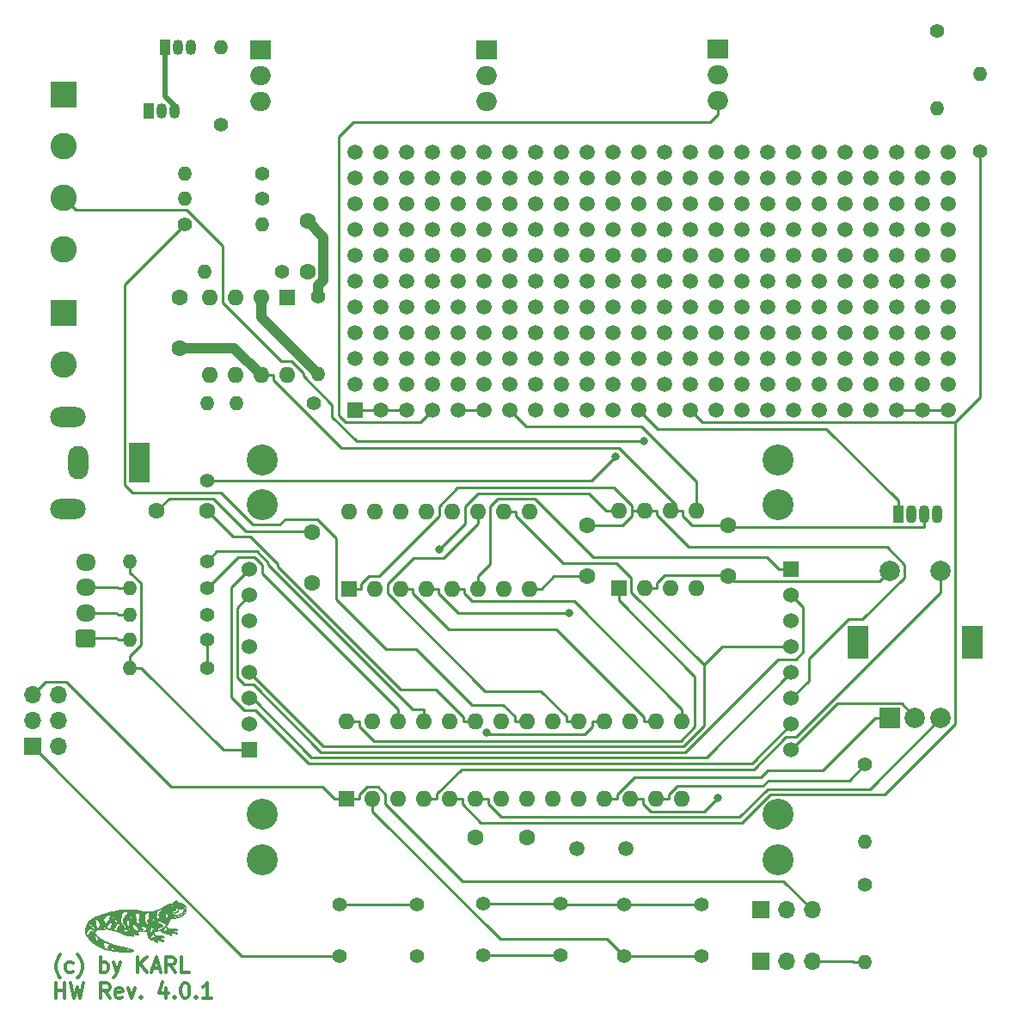
<source format=gbr>
G04 #@! TF.GenerationSoftware,KiCad,Pcbnew,(5.1.4-0-10_14)*
G04 #@! TF.CreationDate,2020-03-01T11:47:34+01:00*
G04 #@! TF.ProjectId,circuit,63697263-7569-4742-9e6b-696361645f70,rev?*
G04 #@! TF.SameCoordinates,Original*
G04 #@! TF.FileFunction,Copper,L1,Top*
G04 #@! TF.FilePolarity,Positive*
%FSLAX46Y46*%
G04 Gerber Fmt 4.6, Leading zero omitted, Abs format (unit mm)*
G04 Created by KiCad (PCBNEW (5.1.4-0-10_14)) date 2020-03-01 11:47:34*
%MOMM*%
%LPD*%
G04 APERTURE LIST*
%ADD10C,0.300000*%
%ADD11C,0.010000*%
%ADD12O,1.070000X1.800000*%
%ADD13R,1.070000X1.800000*%
%ADD14C,1.500000*%
%ADD15R,1.500000X1.500000*%
%ADD16R,1.524000X1.524000*%
%ADD17C,3.048000*%
%ADD18C,1.524000*%
%ADD19O,1.400000X1.400000*%
%ADD20C,1.400000*%
%ADD21R,2.000000X2.000000*%
%ADD22C,2.000000*%
%ADD23R,2.000000X3.200000*%
%ADD24O,2.000000X1.905000*%
%ADD25R,2.000000X1.905000*%
%ADD26O,1.700000X1.700000*%
%ADD27R,1.700000X1.700000*%
%ADD28O,1.600000X1.600000*%
%ADD29R,1.600000X1.600000*%
%ADD30C,1.600000*%
%ADD31O,1.950000X1.700000*%
%ADD32C,0.100000*%
%ADD33C,1.700000*%
%ADD34C,2.600000*%
%ADD35R,2.600000X2.600000*%
%ADD36R,1.050000X1.500000*%
%ADD37O,1.050000X1.500000*%
%ADD38C,1.397000*%
%ADD39O,3.500000X2.000000*%
%ADD40O,2.000000X3.300000*%
%ADD41R,2.000000X4.000000*%
%ADD42C,0.800000*%
%ADD43C,1.000000*%
%ADD44C,0.250000*%
%ADD45C,0.500000*%
G04 APERTURE END LIST*
D10*
X26218154Y-116500040D02*
X26146725Y-116428611D01*
X26003868Y-116214325D01*
X25932440Y-116071468D01*
X25861011Y-115857182D01*
X25789582Y-115500040D01*
X25789582Y-115214325D01*
X25861011Y-114857182D01*
X25932440Y-114642897D01*
X26003868Y-114500040D01*
X26146725Y-114285754D01*
X26218154Y-114214325D01*
X27432440Y-115857182D02*
X27289582Y-115928611D01*
X27003868Y-115928611D01*
X26861011Y-115857182D01*
X26789582Y-115785754D01*
X26718154Y-115642897D01*
X26718154Y-115214325D01*
X26789582Y-115071468D01*
X26861011Y-115000040D01*
X27003868Y-114928611D01*
X27289582Y-114928611D01*
X27432440Y-115000040D01*
X27932440Y-116500040D02*
X28003868Y-116428611D01*
X28146725Y-116214325D01*
X28218154Y-116071468D01*
X28289582Y-115857182D01*
X28361011Y-115500040D01*
X28361011Y-115214325D01*
X28289582Y-114857182D01*
X28218154Y-114642897D01*
X28146725Y-114500040D01*
X28003868Y-114285754D01*
X27932440Y-114214325D01*
X30218154Y-115928611D02*
X30218154Y-114428611D01*
X30218154Y-115000040D02*
X30361011Y-114928611D01*
X30646725Y-114928611D01*
X30789582Y-115000040D01*
X30861011Y-115071468D01*
X30932440Y-115214325D01*
X30932440Y-115642897D01*
X30861011Y-115785754D01*
X30789582Y-115857182D01*
X30646725Y-115928611D01*
X30361011Y-115928611D01*
X30218154Y-115857182D01*
X31432440Y-114928611D02*
X31789582Y-115928611D01*
X32146725Y-114928611D02*
X31789582Y-115928611D01*
X31646725Y-116285754D01*
X31575297Y-116357182D01*
X31432440Y-116428611D01*
X33861011Y-115928611D02*
X33861011Y-114428611D01*
X34718154Y-115928611D02*
X34075297Y-115071468D01*
X34718154Y-114428611D02*
X33861011Y-115285754D01*
X35289582Y-115500040D02*
X36003868Y-115500040D01*
X35146725Y-115928611D02*
X35646725Y-114428611D01*
X36146725Y-115928611D01*
X37503868Y-115928611D02*
X37003868Y-115214325D01*
X36646725Y-115928611D02*
X36646725Y-114428611D01*
X37218154Y-114428611D01*
X37361011Y-114500040D01*
X37432440Y-114571468D01*
X37503868Y-114714325D01*
X37503868Y-114928611D01*
X37432440Y-115071468D01*
X37361011Y-115142897D01*
X37218154Y-115214325D01*
X36646725Y-115214325D01*
X38861011Y-115928611D02*
X38146725Y-115928611D01*
X38146725Y-114428611D01*
X25789582Y-118478611D02*
X25789582Y-116978611D01*
X25789582Y-117692897D02*
X26646725Y-117692897D01*
X26646725Y-118478611D02*
X26646725Y-116978611D01*
X27218154Y-116978611D02*
X27575297Y-118478611D01*
X27861011Y-117407182D01*
X28146725Y-118478611D01*
X28503868Y-116978611D01*
X31075297Y-118478611D02*
X30575297Y-117764325D01*
X30218154Y-118478611D02*
X30218154Y-116978611D01*
X30789582Y-116978611D01*
X30932440Y-117050040D01*
X31003868Y-117121468D01*
X31075297Y-117264325D01*
X31075297Y-117478611D01*
X31003868Y-117621468D01*
X30932440Y-117692897D01*
X30789582Y-117764325D01*
X30218154Y-117764325D01*
X32289582Y-118407182D02*
X32146725Y-118478611D01*
X31861011Y-118478611D01*
X31718154Y-118407182D01*
X31646725Y-118264325D01*
X31646725Y-117692897D01*
X31718154Y-117550040D01*
X31861011Y-117478611D01*
X32146725Y-117478611D01*
X32289582Y-117550040D01*
X32361011Y-117692897D01*
X32361011Y-117835754D01*
X31646725Y-117978611D01*
X32861011Y-117478611D02*
X33218154Y-118478611D01*
X33575297Y-117478611D01*
X34146725Y-118335754D02*
X34218154Y-118407182D01*
X34146725Y-118478611D01*
X34075297Y-118407182D01*
X34146725Y-118335754D01*
X34146725Y-118478611D01*
X36646725Y-117478611D02*
X36646725Y-118478611D01*
X36289582Y-116907182D02*
X35932440Y-117978611D01*
X36861011Y-117978611D01*
X37432440Y-118335754D02*
X37503868Y-118407182D01*
X37432440Y-118478611D01*
X37361011Y-118407182D01*
X37432440Y-118335754D01*
X37432440Y-118478611D01*
X38432440Y-116978611D02*
X38575297Y-116978611D01*
X38718154Y-117050040D01*
X38789582Y-117121468D01*
X38861011Y-117264325D01*
X38932440Y-117550040D01*
X38932440Y-117907182D01*
X38861011Y-118192897D01*
X38789582Y-118335754D01*
X38718154Y-118407182D01*
X38575297Y-118478611D01*
X38432440Y-118478611D01*
X38289582Y-118407182D01*
X38218154Y-118335754D01*
X38146725Y-118192897D01*
X38075297Y-117907182D01*
X38075297Y-117550040D01*
X38146725Y-117264325D01*
X38218154Y-117121468D01*
X38289582Y-117050040D01*
X38432440Y-116978611D01*
X39575297Y-118335754D02*
X39646725Y-118407182D01*
X39575297Y-118478611D01*
X39503868Y-118407182D01*
X39575297Y-118335754D01*
X39575297Y-118478611D01*
X41075297Y-118478611D02*
X40218154Y-118478611D01*
X40646725Y-118478611D02*
X40646725Y-116978611D01*
X40503868Y-117192897D01*
X40361011Y-117335754D01*
X40218154Y-117407182D01*
D11*
G36*
X37504587Y-108883501D02*
G01*
X37435648Y-108918057D01*
X37372627Y-108970393D01*
X37321337Y-109037680D01*
X37289848Y-109109201D01*
X37271439Y-109170276D01*
X37116760Y-109180525D01*
X37032703Y-109189320D01*
X36947707Y-109203514D01*
X36877211Y-109220405D01*
X36863474Y-109224798D01*
X36803752Y-109248809D01*
X36724481Y-109285316D01*
X36635189Y-109329445D01*
X36545400Y-109376325D01*
X36464642Y-109421082D01*
X36402439Y-109458844D01*
X36391426Y-109466258D01*
X36335741Y-109500380D01*
X36255065Y-109543849D01*
X36155934Y-109593639D01*
X36044880Y-109646721D01*
X35928439Y-109700067D01*
X35813144Y-109750652D01*
X35705530Y-109795445D01*
X35612130Y-109831420D01*
X35576042Y-109844072D01*
X35473591Y-109877005D01*
X35381838Y-109902517D01*
X35292636Y-109922012D01*
X35197838Y-109936899D01*
X35089296Y-109948583D01*
X34958861Y-109958472D01*
X34887747Y-109962895D01*
X34739594Y-109966994D01*
X34593778Y-109960602D01*
X34441658Y-109942758D01*
X34274588Y-109912502D01*
X34118547Y-109877314D01*
X33925218Y-109834133D01*
X33741388Y-109800853D01*
X33558441Y-109776534D01*
X33367764Y-109760236D01*
X33160742Y-109751022D01*
X32931946Y-109747955D01*
X32538456Y-109757361D01*
X32150239Y-109787489D01*
X31757524Y-109839367D01*
X31350539Y-109914022D01*
X31348680Y-109914407D01*
X31293836Y-109927417D01*
X31215649Y-109948257D01*
X31118548Y-109975561D01*
X31006963Y-110007959D01*
X30885324Y-110044085D01*
X30758061Y-110082569D01*
X30629604Y-110122045D01*
X30504383Y-110161145D01*
X30386827Y-110198499D01*
X30281368Y-110232741D01*
X30192434Y-110262503D01*
X30124455Y-110286416D01*
X30081862Y-110303113D01*
X30070213Y-110309189D01*
X30045678Y-110321209D01*
X30000121Y-110338677D01*
X29960146Y-110352302D01*
X29870794Y-110385461D01*
X29761652Y-110432517D01*
X29641543Y-110489248D01*
X29519292Y-110551430D01*
X29403720Y-110614841D01*
X29367480Y-110635951D01*
X29243271Y-110716134D01*
X29124369Y-110805125D01*
X29017327Y-110897306D01*
X28928697Y-110987057D01*
X28867976Y-111064266D01*
X28806614Y-111173307D01*
X28751148Y-111302612D01*
X28706571Y-111438588D01*
X28677880Y-111567645D01*
X28674607Y-111590494D01*
X28664799Y-111666542D01*
X28655143Y-111740667D01*
X28647646Y-111797458D01*
X28647333Y-111799794D01*
X28646412Y-111864191D01*
X28655716Y-111949755D01*
X28673104Y-112046121D01*
X28696436Y-112142927D01*
X28723571Y-112229811D01*
X28748358Y-112288777D01*
X28802266Y-112377503D01*
X28879844Y-112480578D01*
X28976595Y-112593552D01*
X29088018Y-112711975D01*
X29209617Y-112831395D01*
X29336891Y-112947363D01*
X29465343Y-113055427D01*
X29590473Y-113151138D01*
X29685880Y-113216280D01*
X29738549Y-113249082D01*
X29782693Y-113275001D01*
X29806321Y-113287276D01*
X29831283Y-113299759D01*
X29878568Y-113325160D01*
X29941080Y-113359616D01*
X30002486Y-113394041D01*
X30089247Y-113440174D01*
X30184065Y-113486002D01*
X30272641Y-113524795D01*
X30315746Y-113541501D01*
X30398081Y-113571331D01*
X30484677Y-113603009D01*
X30558951Y-113630465D01*
X30569747Y-113634495D01*
X30650835Y-113661036D01*
X30756321Y-113688872D01*
X30888604Y-113718547D01*
X31050084Y-113750604D01*
X31217101Y-113781013D01*
X31302644Y-113796293D01*
X31384169Y-113811218D01*
X31451000Y-113823817D01*
X31485026Y-113830544D01*
X31540271Y-113839647D01*
X31623285Y-113850344D01*
X31728040Y-113862082D01*
X31848505Y-113874306D01*
X31978652Y-113886463D01*
X32112452Y-113897999D01*
X32243876Y-113908360D01*
X32366893Y-113916992D01*
X32475476Y-113923340D01*
X32515006Y-113925179D01*
X32606418Y-113929254D01*
X32686346Y-113933262D01*
X32748441Y-113936850D01*
X32786352Y-113939665D01*
X32794406Y-113940707D01*
X32819338Y-113941407D01*
X32868451Y-113939152D01*
X32932234Y-113934419D01*
X32948880Y-113932949D01*
X33052828Y-113921437D01*
X33154589Y-113906554D01*
X33245168Y-113889866D01*
X33315573Y-113872941D01*
X33341010Y-113864648D01*
X33368609Y-113848781D01*
X33378470Y-113822087D01*
X33377470Y-113785257D01*
X33371092Y-113746655D01*
X33354493Y-113719413D01*
X33319681Y-113693781D01*
X33287546Y-113675564D01*
X33223416Y-113645811D01*
X33013949Y-113645811D01*
X32996058Y-113671270D01*
X32974747Y-113690692D01*
X32915563Y-113737109D01*
X32865720Y-113768550D01*
X32832906Y-113780393D01*
X32809209Y-113774100D01*
X32769937Y-113757886D01*
X32763588Y-113754921D01*
X32733586Y-113734390D01*
X32692060Y-113698353D01*
X32646063Y-113653979D01*
X32602650Y-113608440D01*
X32597859Y-113602832D01*
X31534947Y-113602832D01*
X31521522Y-113656862D01*
X31487872Y-113704493D01*
X31452066Y-113728260D01*
X31395135Y-113737823D01*
X31323858Y-113734999D01*
X31253622Y-113721651D01*
X31199815Y-113699643D01*
X31196280Y-113697284D01*
X31158735Y-113654994D01*
X31147126Y-113605500D01*
X31162006Y-113558925D01*
X31187360Y-113534200D01*
X31232850Y-113517621D01*
X31293619Y-113512746D01*
X31361326Y-113517928D01*
X31427631Y-113531519D01*
X31484192Y-113551873D01*
X31522669Y-113577342D01*
X31534947Y-113602832D01*
X32597859Y-113602832D01*
X32568873Y-113568906D01*
X32551785Y-113542547D01*
X32550946Y-113538746D01*
X32566093Y-113538814D01*
X32606339Y-113545582D01*
X32663892Y-113557677D01*
X32682264Y-113561882D01*
X32759358Y-113578670D01*
X32836921Y-113593673D01*
X32898576Y-113603732D01*
X32900229Y-113603954D01*
X32968584Y-113615120D01*
X33005641Y-113628083D01*
X33013949Y-113645811D01*
X33223416Y-113645811D01*
X33177793Y-113624645D01*
X33056222Y-113582721D01*
X32939793Y-113555427D01*
X32915013Y-113551746D01*
X32805247Y-113535034D01*
X32672333Y-113510611D01*
X32525595Y-113480388D01*
X32374360Y-113446272D01*
X32246146Y-113414850D01*
X32145512Y-113389552D01*
X32040230Y-113363768D01*
X31942747Y-113340508D01*
X31865510Y-113322783D01*
X31865147Y-113322702D01*
X31756801Y-113295589D01*
X31624513Y-113257540D01*
X31475438Y-113211031D01*
X31316733Y-113158536D01*
X31269810Y-113142232D01*
X31078020Y-113142232D01*
X31012046Y-113190750D01*
X30946854Y-113251616D01*
X30908806Y-113321625D01*
X30895111Y-113407723D01*
X30897874Y-113474845D01*
X30905032Y-113538879D01*
X30912931Y-113594001D01*
X30918945Y-113624360D01*
X30924588Y-113646858D01*
X30921529Y-113658192D01*
X30903045Y-113659722D01*
X30862412Y-113652810D01*
X30820347Y-113644315D01*
X30722054Y-113622818D01*
X30651039Y-113602260D01*
X30600976Y-113579355D01*
X30565539Y-113550820D01*
X30538403Y-113513370D01*
X30526786Y-113491889D01*
X30476938Y-113373679D01*
X30446802Y-113257859D01*
X30437276Y-113150960D01*
X30449262Y-113059517D01*
X30462361Y-113024201D01*
X30496550Y-112969993D01*
X30536990Y-112945410D01*
X30589528Y-112948815D01*
X30647652Y-112972287D01*
X30709165Y-113001119D01*
X30781903Y-113031815D01*
X30872721Y-113067132D01*
X30988472Y-113109830D01*
X30997450Y-113113082D01*
X31078020Y-113142232D01*
X31269810Y-113142232D01*
X31155551Y-113102532D01*
X30999050Y-113045494D01*
X30854384Y-112989899D01*
X30728710Y-112938221D01*
X30644829Y-112900496D01*
X30479431Y-112815154D01*
X30311696Y-112716446D01*
X30168478Y-112622411D01*
X29958013Y-112622411D01*
X29933897Y-112678372D01*
X29915170Y-112707597D01*
X29876360Y-112772303D01*
X29834992Y-112853546D01*
X29798781Y-112935593D01*
X29783894Y-112975258D01*
X29770312Y-112997267D01*
X29756421Y-112986317D01*
X29742631Y-112943308D01*
X29729353Y-112869140D01*
X29726665Y-112849660D01*
X29704990Y-112744055D01*
X29665669Y-112633116D01*
X29637440Y-112570260D01*
X29599972Y-112486582D01*
X29576535Y-112419682D01*
X29563569Y-112357397D01*
X29558142Y-112299327D01*
X29551254Y-112180794D01*
X29659833Y-112292481D01*
X29722827Y-112354124D01*
X29791640Y-112416551D01*
X29853321Y-112468102D01*
X29864279Y-112476549D01*
X29924766Y-112528590D01*
X29955490Y-112574847D01*
X29958013Y-112622411D01*
X30168478Y-112622411D01*
X30147312Y-112608514D01*
X29991969Y-112495500D01*
X29851359Y-112381544D01*
X29731171Y-112270789D01*
X29637094Y-112167374D01*
X29636450Y-112166573D01*
X29593928Y-112103987D01*
X29574804Y-112046894D01*
X29580170Y-111989970D01*
X29594688Y-111960848D01*
X29525931Y-111960848D01*
X29514919Y-111970977D01*
X29490378Y-111967512D01*
X29446154Y-111948919D01*
X29413512Y-111932853D01*
X29314465Y-111895316D01*
X29227400Y-111888400D01*
X29153330Y-111912089D01*
X29119166Y-111937532D01*
X29087426Y-111976746D01*
X29049235Y-112037825D01*
X29009735Y-112110814D01*
X28974074Y-112185761D01*
X28947395Y-112252710D01*
X28936538Y-112290860D01*
X28923355Y-112354268D01*
X28913587Y-112389032D01*
X28904343Y-112399780D01*
X28892730Y-112391143D01*
X28882535Y-112377318D01*
X28861559Y-112343659D01*
X28832343Y-112292334D01*
X28807943Y-112247127D01*
X28780954Y-112186887D01*
X28762777Y-112129220D01*
X28757880Y-112095724D01*
X28767160Y-112047543D01*
X28792148Y-111980498D01*
X28828567Y-111903068D01*
X28872143Y-111823731D01*
X28918597Y-111750964D01*
X28957225Y-111700526D01*
X28999884Y-111655877D01*
X29037893Y-111631730D01*
X29085004Y-111620153D01*
X29099772Y-111618298D01*
X29180904Y-111615187D01*
X29244539Y-111629775D01*
X29304143Y-111666042D01*
X29327856Y-111685738D01*
X29374537Y-111731650D01*
X29422393Y-111786971D01*
X29466391Y-111844717D01*
X29501503Y-111897900D01*
X29522698Y-111939533D01*
X29525931Y-111960848D01*
X29594688Y-111960848D01*
X29611120Y-111927888D01*
X29668746Y-111855324D01*
X29709204Y-111812106D01*
X29723364Y-111797508D01*
X29599358Y-111797508D01*
X29595413Y-111845251D01*
X29588266Y-111858273D01*
X29568369Y-111879705D01*
X29561592Y-111884460D01*
X29550859Y-111871291D01*
X29528043Y-111837123D01*
X29504211Y-111799234D01*
X29462197Y-111740073D01*
X29408038Y-111675630D01*
X29367292Y-111633432D01*
X29316062Y-111579510D01*
X29289350Y-111537312D01*
X29282813Y-111505878D01*
X29280802Y-111471736D01*
X29272085Y-111443112D01*
X29252635Y-111416845D01*
X29218426Y-111389774D01*
X29165430Y-111358737D01*
X29089622Y-111320575D01*
X28986975Y-111272126D01*
X28982246Y-111269926D01*
X28951215Y-111250181D01*
X28948908Y-111228208D01*
X28975226Y-111196510D01*
X28981206Y-111190853D01*
X29037558Y-111159838D01*
X29105894Y-111159374D01*
X29184773Y-111188918D01*
X29272757Y-111247928D01*
X29368406Y-111335861D01*
X29369880Y-111337385D01*
X29425333Y-111403907D01*
X29477352Y-111482718D01*
X29523350Y-111567652D01*
X29560741Y-111652540D01*
X29586939Y-111731215D01*
X29599358Y-111797508D01*
X29723364Y-111797508D01*
X29782346Y-111736703D01*
X30027880Y-111725396D01*
X30130102Y-111719358D01*
X30233804Y-111710949D01*
X30327751Y-111701216D01*
X30400708Y-111691210D01*
X30408880Y-111689798D01*
X30483757Y-111679634D01*
X30578572Y-111671438D01*
X30679408Y-111666234D01*
X30746903Y-111664918D01*
X30813934Y-111665042D01*
X30869815Y-111666611D01*
X30920857Y-111670763D01*
X30973373Y-111678634D01*
X31033674Y-111691364D01*
X31108072Y-111710091D01*
X31202881Y-111735952D01*
X31314169Y-111767197D01*
X31457938Y-111807921D01*
X31574402Y-111841473D01*
X31668914Y-111869642D01*
X31746830Y-111894216D01*
X31813504Y-111916982D01*
X31874289Y-111939730D01*
X31934542Y-111964246D01*
X31999616Y-111992318D01*
X32034480Y-112007735D01*
X32200128Y-112080578D01*
X32339973Y-112139996D01*
X32458667Y-112187380D01*
X32560859Y-112224119D01*
X32651203Y-112251606D01*
X32734347Y-112271230D01*
X32814944Y-112284382D01*
X32897645Y-112292454D01*
X32987100Y-112296835D01*
X33002839Y-112297300D01*
X33096400Y-112301278D01*
X33162522Y-112307841D01*
X33207588Y-112317924D01*
X33236649Y-112331572D01*
X33294121Y-112356367D01*
X33339901Y-112353568D01*
X33368859Y-112328506D01*
X33375866Y-112286513D01*
X33355795Y-112232918D01*
X33345795Y-112218128D01*
X33307951Y-112166941D01*
X33484662Y-112176948D01*
X33571426Y-112184307D01*
X33652363Y-112195505D01*
X33716122Y-112208816D01*
X33736926Y-112215311D01*
X33792060Y-112233171D01*
X33841156Y-112244480D01*
X33854813Y-112246097D01*
X33885155Y-112242353D01*
X33898698Y-112219927D01*
X33902331Y-112195120D01*
X33898153Y-112148009D01*
X33870294Y-112115648D01*
X33869315Y-112114956D01*
X33835332Y-112097685D01*
X33775114Y-112073616D01*
X33695059Y-112045002D01*
X33601566Y-112014095D01*
X33501035Y-111983149D01*
X33465346Y-111972718D01*
X33436289Y-111963626D01*
X33430487Y-111958335D01*
X33451252Y-111955632D01*
X33501897Y-111954300D01*
X33516146Y-111954088D01*
X33602101Y-111958449D01*
X33674701Y-111976823D01*
X33712394Y-111992654D01*
X33774082Y-112016893D01*
X33814243Y-112021282D01*
X33826694Y-112017047D01*
X33851238Y-111992769D01*
X33846700Y-111961545D01*
X33812238Y-111920640D01*
X33791313Y-111902150D01*
X33756917Y-111870416D01*
X33750817Y-111856658D01*
X33761680Y-111857143D01*
X33855500Y-111874874D01*
X33974948Y-111889307D01*
X34111910Y-111900026D01*
X34258269Y-111906617D01*
X34405912Y-111908663D01*
X34546722Y-111905748D01*
X34625280Y-111901394D01*
X34743813Y-111892927D01*
X34755011Y-112053794D01*
X34773824Y-112211793D01*
X34807001Y-112342218D01*
X34855781Y-112448714D01*
X34916664Y-112529936D01*
X35024484Y-112628917D01*
X35133143Y-112696849D01*
X35227798Y-112729842D01*
X35347186Y-112768775D01*
X35466171Y-112831128D01*
X35570958Y-112909215D01*
X35600364Y-112937428D01*
X35644429Y-112981764D01*
X35672892Y-113005042D01*
X35693235Y-113010982D01*
X35712944Y-113003303D01*
X35721647Y-112997707D01*
X35747202Y-112972272D01*
X35757785Y-112933916D01*
X35758866Y-112898231D01*
X35754999Y-112844393D01*
X35746513Y-112800692D01*
X35743372Y-112792066D01*
X35738382Y-112776745D01*
X35744409Y-112767881D01*
X35767340Y-112764449D01*
X35813064Y-112765421D01*
X35875567Y-112769026D01*
X35961224Y-112776883D01*
X36029666Y-112790826D01*
X36097497Y-112815091D01*
X36151052Y-112839321D01*
X36225109Y-112873339D01*
X36275230Y-112892455D01*
X36307387Y-112897659D01*
X36327554Y-112889938D01*
X36341416Y-112870827D01*
X36346591Y-112826476D01*
X36341457Y-112815652D01*
X36276280Y-112815652D01*
X36264445Y-112820297D01*
X36235622Y-112806854D01*
X36233946Y-112805770D01*
X36203718Y-112781141D01*
X36191613Y-112762047D01*
X36180816Y-112754437D01*
X36172063Y-112758144D01*
X36160627Y-112760290D01*
X36166182Y-112748111D01*
X36176164Y-112739594D01*
X36140813Y-112739594D01*
X36132346Y-112748060D01*
X36123880Y-112739594D01*
X36132346Y-112731127D01*
X36140813Y-112739594D01*
X36176164Y-112739594D01*
X36181214Y-112735286D01*
X36198431Y-112750778D01*
X36230600Y-112778572D01*
X36246646Y-112786678D01*
X36271615Y-112804316D01*
X36276280Y-112815652D01*
X36341457Y-112815652D01*
X36322215Y-112775093D01*
X36271121Y-112719572D01*
X36196137Y-112662805D01*
X36100094Y-112607687D01*
X36069468Y-112592781D01*
X36011406Y-112564769D01*
X35980583Y-112546954D01*
X35973200Y-112535984D01*
X35985456Y-112528510D01*
X35993800Y-112526068D01*
X36055535Y-112513552D01*
X36127416Y-112504847D01*
X36199200Y-112500500D01*
X36260644Y-112501055D01*
X36301504Y-112507057D01*
X36307153Y-112509392D01*
X36353384Y-112519884D01*
X36389624Y-112501445D01*
X36403573Y-112476202D01*
X36402537Y-112428075D01*
X36369663Y-112383678D01*
X36317185Y-112350584D01*
X36285408Y-112337934D01*
X36249868Y-112330447D01*
X36202897Y-112327618D01*
X36136828Y-112328947D01*
X36054024Y-112333321D01*
X35964012Y-112337982D01*
X35900049Y-112338942D01*
X35854470Y-112335698D01*
X35819608Y-112327747D01*
X35790893Y-112316073D01*
X35737642Y-112298437D01*
X35670006Y-112285830D01*
X35631949Y-112282449D01*
X35575718Y-112278240D01*
X35532671Y-112271880D01*
X35516534Y-112266853D01*
X35500440Y-112243395D01*
X35482110Y-112197487D01*
X35464829Y-112140096D01*
X35451883Y-112082184D01*
X35446555Y-112034717D01*
X35446547Y-112033243D01*
X35453290Y-111983949D01*
X35469666Y-111929720D01*
X35471082Y-111926250D01*
X35489467Y-111889541D01*
X35512084Y-111872509D01*
X35551592Y-111867701D01*
X35570812Y-111867527D01*
X35636940Y-111863235D01*
X35721020Y-111851853D01*
X35811063Y-111835620D01*
X35895083Y-111816775D01*
X35961090Y-111797559D01*
X35976208Y-111791798D01*
X36033591Y-111767822D01*
X36131602Y-111860505D01*
X36254083Y-111961252D01*
X36384039Y-112036450D01*
X36529289Y-112089793D01*
X36688371Y-112123560D01*
X36796757Y-112145461D01*
X36888356Y-112177387D01*
X36980043Y-112225654D01*
X37008856Y-112243481D01*
X37058060Y-112272276D01*
X37089035Y-112282666D01*
X37110255Y-112277078D01*
X37114689Y-112273753D01*
X37137483Y-112235515D01*
X37132110Y-112187467D01*
X37099628Y-112136912D01*
X37094049Y-112131114D01*
X37048218Y-112085283D01*
X37294282Y-112091047D01*
X37396032Y-112094126D01*
X37469878Y-112098342D01*
X37521780Y-112104437D01*
X37557698Y-112113150D01*
X37583591Y-112125220D01*
X37587014Y-112127389D01*
X37634518Y-112148389D01*
X37666936Y-112141193D01*
X37681301Y-112106769D01*
X37681746Y-112096493D01*
X37673010Y-112057221D01*
X37643906Y-112024045D01*
X37590096Y-111993709D01*
X37507241Y-111962955D01*
X37501252Y-111961026D01*
X37422661Y-111932650D01*
X37338837Y-111897484D01*
X37283813Y-111871152D01*
X37182213Y-111818356D01*
X37246765Y-111817541D01*
X37302546Y-111811494D01*
X37368478Y-111797168D01*
X37395427Y-111789216D01*
X37448172Y-111773779D01*
X37486028Y-111770604D01*
X37525740Y-111779860D01*
X37555779Y-111790821D01*
X37620470Y-111809798D01*
X37660659Y-111807055D01*
X37678323Y-111781989D01*
X37678647Y-111753323D01*
X37666737Y-111718697D01*
X37643560Y-111697410D01*
X36786318Y-111697410D01*
X36774719Y-111732913D01*
X36737209Y-111758109D01*
X36686647Y-111765927D01*
X36626343Y-111773619D01*
X36568372Y-111799961D01*
X36507814Y-111844643D01*
X36462924Y-111875851D01*
X36426639Y-111880998D01*
X36386468Y-111860516D01*
X36371697Y-111849364D01*
X36339751Y-111819214D01*
X36330178Y-111790570D01*
X36343327Y-111754641D01*
X36377415Y-111705443D01*
X36410528Y-111652252D01*
X36434112Y-111597377D01*
X36438700Y-111579660D01*
X36454125Y-111538670D01*
X36482627Y-111491581D01*
X36516771Y-111448155D01*
X36549124Y-111418151D01*
X36567682Y-111410327D01*
X36581309Y-111424563D01*
X36602668Y-111461526D01*
X36622599Y-111503244D01*
X36655239Y-111565511D01*
X36690471Y-111604581D01*
X36723986Y-111624914D01*
X36770056Y-111658957D01*
X36786318Y-111697410D01*
X37643560Y-111697410D01*
X37635062Y-111689605D01*
X37597725Y-111668560D01*
X37559123Y-111651371D01*
X37519290Y-111640194D01*
X37469604Y-111633806D01*
X37401446Y-111630980D01*
X37329678Y-111630460D01*
X37203547Y-111628135D01*
X37081078Y-111621604D01*
X36968505Y-111611530D01*
X36872059Y-111598581D01*
X36797974Y-111583420D01*
X36757462Y-111569402D01*
X36718810Y-111537599D01*
X36679671Y-111486284D01*
X36648167Y-111428457D01*
X36632423Y-111377118D01*
X36631880Y-111368437D01*
X36641586Y-111344404D01*
X36667363Y-111301924D01*
X36704203Y-111249056D01*
X36715530Y-111233870D01*
X36758742Y-111170901D01*
X36765403Y-111159980D01*
X36670823Y-111159980D01*
X36651774Y-111196591D01*
X36613020Y-111246009D01*
X36558380Y-111304650D01*
X36491674Y-111368926D01*
X36416721Y-111435251D01*
X36337341Y-111500039D01*
X36257352Y-111559702D01*
X36180575Y-111610656D01*
X36139330Y-111634636D01*
X36068843Y-111669297D01*
X35987543Y-111703362D01*
X35902183Y-111734697D01*
X35819513Y-111761172D01*
X35746287Y-111780653D01*
X35689255Y-111791009D01*
X35655169Y-111790107D01*
X35651942Y-111788552D01*
X35659357Y-111775783D01*
X35680483Y-111752894D01*
X35587874Y-111752894D01*
X35546843Y-111784434D01*
X35514861Y-111806858D01*
X35495794Y-111816350D01*
X35485280Y-111802019D01*
X35470787Y-111765577D01*
X35465191Y-111748029D01*
X35450087Y-111704903D01*
X35432355Y-111686139D01*
X35401117Y-111683254D01*
X35383760Y-111684529D01*
X35325285Y-111701954D01*
X35283944Y-111744294D01*
X35258057Y-111813967D01*
X35248286Y-111879711D01*
X35244602Y-111939579D01*
X35248543Y-111977172D01*
X35262270Y-112003636D01*
X35275057Y-112017771D01*
X35314553Y-112044265D01*
X35351182Y-112053794D01*
X35374564Y-112058103D01*
X35391737Y-112075893D01*
X35407561Y-112114454D01*
X35420406Y-112157583D01*
X35443052Y-112221154D01*
X35470516Y-112274244D01*
X35489530Y-112298447D01*
X35515743Y-112326588D01*
X35519021Y-112350793D01*
X35503981Y-112384770D01*
X35476047Y-112429008D01*
X35443550Y-112451685D01*
X35394218Y-112459747D01*
X35370347Y-112460405D01*
X35302994Y-112472678D01*
X35236308Y-112511305D01*
X35236097Y-112511465D01*
X35172572Y-112549543D01*
X35120877Y-112559898D01*
X35083795Y-112542227D01*
X35074609Y-112529040D01*
X35061788Y-112497629D01*
X35061583Y-112467538D01*
X35076826Y-112433045D01*
X35110350Y-112388425D01*
X35164985Y-112327955D01*
X35184080Y-112307794D01*
X35235908Y-112251181D01*
X35277528Y-112201522D01*
X35304041Y-112164934D01*
X35311080Y-112149298D01*
X35295878Y-112105828D01*
X35255344Y-112061062D01*
X35197082Y-112021579D01*
X35132846Y-111995129D01*
X35077858Y-111976587D01*
X35047497Y-111957629D01*
X35033028Y-111932029D01*
X35030485Y-111922151D01*
X35020826Y-111880659D01*
X35014310Y-111855989D01*
X35015122Y-111829391D01*
X35023331Y-111779611D01*
X35036746Y-111715948D01*
X35053177Y-111647703D01*
X35070434Y-111584175D01*
X35075157Y-111569461D01*
X34864893Y-111569461D01*
X34805261Y-111700736D01*
X34774626Y-111765587D01*
X34751431Y-111805519D01*
X34730439Y-111827014D01*
X34706412Y-111836558D01*
X34693921Y-111838592D01*
X34656846Y-111843977D01*
X34639194Y-111847830D01*
X34639125Y-111847884D01*
X34646075Y-111836586D01*
X34667260Y-111804427D01*
X34695245Y-111762611D01*
X34728637Y-111707870D01*
X34753904Y-111657072D01*
X34763618Y-111628804D01*
X34772066Y-111611111D01*
X34684565Y-111611111D01*
X34676994Y-111669969D01*
X34639273Y-111738503D01*
X34632742Y-111747693D01*
X34600950Y-111788209D01*
X34568605Y-111818992D01*
X34530984Y-111840936D01*
X34483361Y-111854936D01*
X34421013Y-111861885D01*
X34339214Y-111862677D01*
X34233239Y-111858208D01*
X34098365Y-111849370D01*
X34096290Y-111849223D01*
X33918755Y-111833063D01*
X33771408Y-111811264D01*
X33650845Y-111782481D01*
X33567663Y-111750715D01*
X32927766Y-111750715D01*
X32887812Y-111793244D01*
X32805308Y-111861027D01*
X32702936Y-111913987D01*
X32663990Y-111927818D01*
X32594073Y-111946088D01*
X32545473Y-111948211D01*
X32509378Y-111933500D01*
X32487993Y-111914094D01*
X32450541Y-111850384D01*
X32436488Y-111774088D01*
X32446463Y-111697581D01*
X32474140Y-111641848D01*
X32494090Y-111621456D01*
X32515769Y-111624039D01*
X32536839Y-111636627D01*
X32574371Y-111654029D01*
X32637847Y-111675945D01*
X32720012Y-111700184D01*
X32813615Y-111724559D01*
X32879056Y-111739863D01*
X32927766Y-111750715D01*
X33567663Y-111750715D01*
X33553661Y-111745368D01*
X33545673Y-111740527D01*
X33397613Y-111740527D01*
X33389146Y-111748994D01*
X33380680Y-111740527D01*
X33389146Y-111732060D01*
X33397613Y-111740527D01*
X33545673Y-111740527D01*
X33525021Y-111728012D01*
X33339469Y-111728012D01*
X33322824Y-111730723D01*
X33300861Y-111727610D01*
X33300599Y-111721830D01*
X33323263Y-111717787D01*
X33333055Y-111720493D01*
X33339469Y-111728012D01*
X33525021Y-111728012D01*
X33502504Y-111714367D01*
X33282968Y-111714367D01*
X33141324Y-111704588D01*
X33052373Y-111695440D01*
X32951541Y-111680567D01*
X32859639Y-111663068D01*
X32853899Y-111661784D01*
X32708118Y-111628759D01*
X32706639Y-111524469D01*
X32706508Y-111469315D01*
X32709008Y-111443751D01*
X32715441Y-111443526D01*
X32725844Y-111461820D01*
X32757354Y-111496567D01*
X32788437Y-111509237D01*
X32831816Y-111522251D01*
X32855746Y-111536296D01*
X32882774Y-111550457D01*
X32929900Y-111568724D01*
X32984415Y-111586799D01*
X33033609Y-111600385D01*
X33058946Y-111605006D01*
X33077168Y-111612462D01*
X33117183Y-111631371D01*
X33170631Y-111657773D01*
X33175190Y-111660067D01*
X33282968Y-111714367D01*
X33502504Y-111714367D01*
X33476450Y-111698579D01*
X33415808Y-111640769D01*
X33415151Y-111639797D01*
X33329880Y-111639797D01*
X33316853Y-111638706D01*
X33284911Y-111624953D01*
X33279080Y-111621994D01*
X33244793Y-111602030D01*
X33228495Y-111588148D01*
X33228280Y-111587257D01*
X33241306Y-111588347D01*
X33273248Y-111602100D01*
X33279080Y-111605060D01*
X33313366Y-111625023D01*
X33329665Y-111638906D01*
X33329880Y-111639797D01*
X33415151Y-111639797D01*
X33368736Y-111571194D01*
X33211346Y-111571194D01*
X33202880Y-111579660D01*
X33194413Y-111571194D01*
X33202880Y-111562727D01*
X33211346Y-111571194D01*
X33368736Y-111571194D01*
X33368330Y-111570594D01*
X33362263Y-111559168D01*
X33357756Y-111545794D01*
X33042013Y-111545794D01*
X33035818Y-111559732D01*
X33030724Y-111557082D01*
X33028698Y-111536986D01*
X33030724Y-111534505D01*
X33040791Y-111536829D01*
X33042013Y-111545794D01*
X33357756Y-111545794D01*
X33343259Y-111502782D01*
X33341148Y-111486527D01*
X32923480Y-111486527D01*
X32915013Y-111494994D01*
X32906546Y-111486527D01*
X32909368Y-111483705D01*
X32867035Y-111483705D01*
X32864711Y-111493771D01*
X32855746Y-111494994D01*
X32841808Y-111488798D01*
X32844458Y-111483705D01*
X32864554Y-111481678D01*
X32867035Y-111483705D01*
X32909368Y-111483705D01*
X32915013Y-111478060D01*
X32923480Y-111486527D01*
X33341148Y-111486527D01*
X33334256Y-111433476D01*
X33334517Y-111359888D01*
X33343305Y-111290661D01*
X33359882Y-111234433D01*
X33383512Y-111199844D01*
X33393370Y-111194430D01*
X33419314Y-111202631D01*
X33465304Y-111237567D01*
X33531003Y-111298924D01*
X33616073Y-111386390D01*
X33708335Y-111486527D01*
X33788458Y-111573511D01*
X33852587Y-111638265D01*
X33906088Y-111684839D01*
X33954328Y-111717282D01*
X34002675Y-111739644D01*
X34056496Y-111755975D01*
X34069708Y-111759185D01*
X34161198Y-111777097D01*
X34227474Y-111780893D01*
X34274156Y-111770467D01*
X34297980Y-111754836D01*
X34321877Y-111726505D01*
X34323465Y-111706660D01*
X34227346Y-111706660D01*
X34218880Y-111715127D01*
X34210413Y-111706660D01*
X34218880Y-111698194D01*
X34227346Y-111706660D01*
X34323465Y-111706660D01*
X34324050Y-111699362D01*
X34302108Y-111667976D01*
X34287814Y-111655860D01*
X34159613Y-111655860D01*
X34151146Y-111664327D01*
X34142680Y-111655860D01*
X34151146Y-111647394D01*
X34159613Y-111655860D01*
X34287814Y-111655860D01*
X34253661Y-111626913D01*
X34235813Y-111613527D01*
X34185785Y-111574769D01*
X34157747Y-111545748D01*
X34145459Y-111517490D01*
X34142681Y-111481021D01*
X34142680Y-111479599D01*
X34150276Y-111424207D01*
X34176810Y-111389452D01*
X34227896Y-111370062D01*
X34265456Y-111364366D01*
X34350279Y-111369095D01*
X34444532Y-111397593D01*
X34538140Y-111445943D01*
X34606604Y-111496997D01*
X34661322Y-111555573D01*
X34684565Y-111611111D01*
X34772066Y-111611111D01*
X34781618Y-111591107D01*
X34818838Y-111576221D01*
X34864893Y-111569461D01*
X35075157Y-111569461D01*
X35080036Y-111554260D01*
X34769213Y-111554260D01*
X34760747Y-111562727D01*
X34752280Y-111554260D01*
X34760747Y-111545794D01*
X34769213Y-111554260D01*
X35080036Y-111554260D01*
X35086327Y-111534664D01*
X35094655Y-111514849D01*
X35116631Y-111479073D01*
X35140115Y-111461045D01*
X35170014Y-111461930D01*
X35211231Y-111482893D01*
X35268671Y-111525099D01*
X35322402Y-111568943D01*
X35388444Y-111622292D01*
X35451143Y-111670099D01*
X35502512Y-111706428D01*
X35529910Y-111723151D01*
X35587874Y-111752894D01*
X35680483Y-111752894D01*
X35685219Y-111747763D01*
X35705760Y-111727758D01*
X35749818Y-111676319D01*
X35786580Y-111616962D01*
X35794365Y-111599819D01*
X35810373Y-111563548D01*
X35828405Y-111539698D01*
X35855905Y-111524677D01*
X35900315Y-111514895D01*
X35969079Y-111506760D01*
X35992010Y-111504458D01*
X36091424Y-111487952D01*
X36167382Y-111458909D01*
X36221246Y-111421077D01*
X36249595Y-111381942D01*
X36168762Y-111381942D01*
X36138423Y-111407378D01*
X36076157Y-111429022D01*
X36005346Y-111443825D01*
X35923871Y-111455982D01*
X35871063Y-111458404D01*
X35843101Y-111450919D01*
X35836013Y-111436258D01*
X35846912Y-111419292D01*
X35863358Y-111421883D01*
X35892695Y-111420485D01*
X35939608Y-111405853D01*
X35977658Y-111389007D01*
X35986132Y-111384927D01*
X35836013Y-111384927D01*
X35827546Y-111393394D01*
X35819080Y-111384927D01*
X35827546Y-111376460D01*
X35836013Y-111384927D01*
X35986132Y-111384927D01*
X36031194Y-111363231D01*
X36076172Y-111343175D01*
X36095320Y-111335769D01*
X36116090Y-111318828D01*
X36113576Y-111304613D01*
X36115105Y-111298848D01*
X36135673Y-111313648D01*
X36137902Y-111315585D01*
X36168235Y-111351686D01*
X36168762Y-111381942D01*
X36249595Y-111381942D01*
X36253838Y-111376085D01*
X36252774Y-111328119D01*
X36222325Y-111283327D01*
X36090013Y-111283327D01*
X36081546Y-111291794D01*
X36073080Y-111283327D01*
X36081546Y-111274860D01*
X36090013Y-111283327D01*
X36222325Y-111283327D01*
X36218034Y-111277015D01*
X36206783Y-111266394D01*
X36056146Y-111266394D01*
X36047680Y-111274860D01*
X36039213Y-111266394D01*
X36047680Y-111257927D01*
X36056146Y-111266394D01*
X36206783Y-111266394D01*
X36202074Y-111261950D01*
X36154065Y-111227439D01*
X36084124Y-111186534D01*
X36002182Y-111144317D01*
X35918172Y-111105872D01*
X35842022Y-111076280D01*
X35834270Y-111073692D01*
X35781956Y-111048867D01*
X35737927Y-111014628D01*
X35709863Y-110978462D01*
X35705378Y-110948028D01*
X35727920Y-110931201D01*
X35777195Y-110917097D01*
X35846100Y-110907070D01*
X35927527Y-110902475D01*
X35945232Y-110902327D01*
X36014038Y-110911649D01*
X36102107Y-110937618D01*
X36201113Y-110977241D01*
X36302730Y-111027523D01*
X36319925Y-111037062D01*
X36401434Y-111073508D01*
X36495483Y-111101128D01*
X36527854Y-111107447D01*
X36589631Y-111118930D01*
X36639256Y-111130484D01*
X36666143Y-111139641D01*
X36666347Y-111139765D01*
X36670823Y-111159980D01*
X36765403Y-111159980D01*
X36808552Y-111089241D01*
X36857731Y-111001114D01*
X36887136Y-110943705D01*
X36925923Y-110867432D01*
X36944788Y-110832879D01*
X35434571Y-110832879D01*
X35427926Y-110854680D01*
X35397825Y-110880545D01*
X35355321Y-110881576D01*
X35310288Y-110858445D01*
X35296643Y-110845718D01*
X35271525Y-110804278D01*
X35251677Y-110743386D01*
X35237382Y-110669856D01*
X35228922Y-110590507D01*
X35228532Y-110577454D01*
X34925907Y-110577454D01*
X34846149Y-110662722D01*
X34802535Y-110712088D01*
X34778377Y-110749542D01*
X34768183Y-110786076D01*
X34766391Y-110822316D01*
X34773196Y-110879423D01*
X34790753Y-110948838D01*
X34807869Y-110996851D01*
X34839358Y-111076780D01*
X34856813Y-111133309D01*
X34861344Y-111173333D01*
X34854062Y-111203743D01*
X34843994Y-111220947D01*
X34815972Y-111250020D01*
X34785885Y-111255611D01*
X34750155Y-111235988D01*
X34705203Y-111189422D01*
X34660740Y-111132344D01*
X34610697Y-111061541D01*
X34604673Y-111052381D01*
X34003233Y-111052381D01*
X33987874Y-111093621D01*
X33949672Y-111115335D01*
X33884062Y-111122370D01*
X33872570Y-111122460D01*
X33811285Y-111116234D01*
X33765752Y-111093759D01*
X33753483Y-111083402D01*
X32940058Y-111083402D01*
X32939971Y-111171415D01*
X32938784Y-111253149D01*
X32936491Y-111321106D01*
X32933083Y-111367793D01*
X32930135Y-111383542D01*
X32911444Y-111406984D01*
X32882396Y-111402474D01*
X32871025Y-111393394D01*
X32703346Y-111393394D01*
X32697151Y-111407332D01*
X32692058Y-111404682D01*
X32690031Y-111384586D01*
X32692058Y-111382105D01*
X32702124Y-111384429D01*
X32703346Y-111393394D01*
X32871025Y-111393394D01*
X32840751Y-111369220D01*
X32816060Y-111343294D01*
X32754999Y-111251519D01*
X32717758Y-111141019D01*
X32706477Y-111019086D01*
X32708809Y-110977656D01*
X32722427Y-110893633D01*
X32744951Y-110821419D01*
X32773396Y-110768293D01*
X32804778Y-110741530D01*
X32805764Y-110741201D01*
X32857612Y-110740444D01*
X32902055Y-110766753D01*
X32928441Y-110813481D01*
X32929565Y-110818452D01*
X32933799Y-110856634D01*
X32936965Y-110918516D01*
X32939054Y-110996604D01*
X32940058Y-111083402D01*
X33753483Y-111083402D01*
X33748961Y-111079585D01*
X33705094Y-111031064D01*
X33672764Y-110974570D01*
X33649983Y-110903784D01*
X33634762Y-110812390D01*
X33625112Y-110694068D01*
X33624588Y-110684513D01*
X33612302Y-110584032D01*
X33587925Y-110475944D01*
X33576004Y-110436962D01*
X33205812Y-110436962D01*
X33192837Y-110505839D01*
X33160073Y-110577467D01*
X33159513Y-110578387D01*
X33124712Y-110635448D01*
X33083363Y-110596602D01*
X33051575Y-110552076D01*
X33042017Y-110492915D01*
X33042013Y-110491301D01*
X33049384Y-110424854D01*
X33068848Y-110367725D01*
X33096427Y-110327732D01*
X33128146Y-110312692D01*
X33132690Y-110313023D01*
X33175070Y-110333936D01*
X33199667Y-110377455D01*
X33205812Y-110436962D01*
X33576004Y-110436962D01*
X33573039Y-110427269D01*
X33551032Y-110359070D01*
X33540058Y-110313128D01*
X33538951Y-110280107D01*
X33546540Y-110250674D01*
X33549872Y-110242269D01*
X33587084Y-110190466D01*
X33647679Y-110145422D01*
X33721182Y-110113139D01*
X33797119Y-110099620D01*
X33798922Y-110099575D01*
X33851128Y-110102216D01*
X33885566Y-110117273D01*
X33915814Y-110148793D01*
X33962713Y-110232882D01*
X33986793Y-110337070D01*
X33987431Y-110455879D01*
X33964880Y-110580594D01*
X33944697Y-110675699D01*
X33942036Y-110752046D01*
X33956860Y-110819837D01*
X33963920Y-110838150D01*
X33980750Y-110890483D01*
X33995448Y-110956201D01*
X34000314Y-110986763D01*
X34003233Y-111052381D01*
X34604673Y-111052381D01*
X34561251Y-110986364D01*
X34521451Y-110920691D01*
X34514390Y-110907977D01*
X34460913Y-110809194D01*
X34469634Y-110580594D01*
X34474264Y-110491596D01*
X34480714Y-110410982D01*
X34488188Y-110346795D01*
X34495886Y-110307078D01*
X34497141Y-110303387D01*
X34522686Y-110257737D01*
X34565772Y-110199964D01*
X34618166Y-110139916D01*
X34666623Y-110092358D01*
X32796582Y-110092358D01*
X32776118Y-110159454D01*
X32731698Y-110233488D01*
X32661333Y-110317937D01*
X32586101Y-110394295D01*
X32522956Y-110455879D01*
X32479007Y-110502236D01*
X32448855Y-110541414D01*
X32427098Y-110581465D01*
X32408334Y-110630437D01*
X32390456Y-110685881D01*
X32366010Y-110771117D01*
X32352856Y-110840712D01*
X32348787Y-110910086D01*
X32350184Y-110967224D01*
X32356256Y-111100946D01*
X32472324Y-111223984D01*
X32544175Y-111304828D01*
X32592632Y-111372203D01*
X32621380Y-111432979D01*
X32634105Y-111494024D01*
X32635613Y-111528316D01*
X32632360Y-111575178D01*
X32618858Y-111594062D01*
X32589497Y-111590536D01*
X32577330Y-111586161D01*
X32556219Y-111567230D01*
X32525042Y-111526604D01*
X32489876Y-111472362D01*
X32483169Y-111461051D01*
X32446337Y-111405755D01*
X32399409Y-111346144D01*
X32348305Y-111288503D01*
X32298941Y-111239115D01*
X32273968Y-111218245D01*
X32126557Y-111218245D01*
X32121864Y-111234267D01*
X32096423Y-111264672D01*
X32056664Y-111303634D01*
X32009015Y-111345326D01*
X31959904Y-111383922D01*
X31915762Y-111413596D01*
X31903551Y-111420350D01*
X31834368Y-111462635D01*
X31793516Y-111508454D01*
X31776109Y-111566824D01*
X31777257Y-111646761D01*
X31777795Y-111652296D01*
X31785174Y-111714921D01*
X31793405Y-111768705D01*
X31799089Y-111795560D01*
X31802559Y-111816475D01*
X31795851Y-111828612D01*
X31774608Y-111831701D01*
X31734476Y-111825473D01*
X31671100Y-111809656D01*
X31580125Y-111783982D01*
X31571340Y-111781441D01*
X31497353Y-111759257D01*
X31435527Y-111739298D01*
X31393088Y-111723988D01*
X31377758Y-111716539D01*
X31370319Y-111689972D01*
X31394970Y-111656352D01*
X31423453Y-111636105D01*
X30327035Y-111636105D01*
X30324711Y-111646171D01*
X30315746Y-111647394D01*
X30301808Y-111641198D01*
X30304458Y-111636105D01*
X30324554Y-111634078D01*
X30327035Y-111636105D01*
X31423453Y-111636105D01*
X31450887Y-111616605D01*
X31482294Y-111598947D01*
X31554810Y-111552247D01*
X31598337Y-111502213D01*
X31617599Y-111442301D01*
X31619613Y-111408689D01*
X31633384Y-111341563D01*
X31669943Y-111273405D01*
X31722162Y-111212053D01*
X31782912Y-111165345D01*
X31845063Y-111141119D01*
X31864560Y-111139394D01*
X31903829Y-111144589D01*
X31960119Y-111157901D01*
X32022095Y-111175917D01*
X32078420Y-111195226D01*
X32117759Y-111212417D01*
X32126557Y-111218245D01*
X32273968Y-111218245D01*
X32257238Y-111204265D01*
X32229113Y-111190236D01*
X32228062Y-111190194D01*
X32215058Y-111174896D01*
X32197918Y-111134282D01*
X32179012Y-111076273D01*
X32169915Y-111042731D01*
X31758890Y-111042731D01*
X31727960Y-111037794D01*
X31264013Y-111037794D01*
X31264013Y-111132925D01*
X31261138Y-111193571D01*
X31249172Y-111235684D01*
X31223106Y-111274349D01*
X31213213Y-111285914D01*
X31183106Y-111325228D01*
X31167847Y-111363770D01*
X31162702Y-111416073D01*
X31162413Y-111441831D01*
X31159740Y-111503201D01*
X31149533Y-111542442D01*
X31128512Y-111571024D01*
X31124313Y-111575018D01*
X31085845Y-111603225D01*
X31042189Y-111616629D01*
X30982861Y-111617291D01*
X30934662Y-111612340D01*
X30881300Y-111602066D01*
X30841641Y-111582239D01*
X30838680Y-111579465D01*
X30764480Y-111579465D01*
X30755778Y-111584325D01*
X30719340Y-111591264D01*
X30661160Y-111599316D01*
X30595147Y-111606720D01*
X30487020Y-111617314D01*
X30411607Y-111623693D01*
X30368028Y-111625908D01*
X30355398Y-111624008D01*
X30367488Y-111619422D01*
X30394039Y-111600704D01*
X30421524Y-111565421D01*
X30422078Y-111564490D01*
X30451504Y-111525799D01*
X30495445Y-111479812D01*
X30522737Y-111455064D01*
X30568804Y-111415847D01*
X30608203Y-111382262D01*
X30624251Y-111368556D01*
X30644062Y-111354285D01*
X30648386Y-111364255D01*
X30643789Y-111391479D01*
X30643121Y-111428344D01*
X30660315Y-111466011D01*
X30690885Y-111505250D01*
X30726579Y-111544696D01*
X30754982Y-111572404D01*
X30764480Y-111579465D01*
X30838680Y-111579465D01*
X30801747Y-111544876D01*
X30786061Y-111527228D01*
X30745152Y-111473728D01*
X30727216Y-111431206D01*
X30725946Y-111403568D01*
X30732414Y-111371259D01*
X30749472Y-111348459D01*
X30784808Y-111328471D01*
X30813398Y-111317194D01*
X30671347Y-111317194D01*
X30662880Y-111325660D01*
X30654413Y-111317194D01*
X30662880Y-111308727D01*
X30671347Y-111317194D01*
X30813398Y-111317194D01*
X30834844Y-111308735D01*
X30880480Y-111279149D01*
X30892765Y-111266394D01*
X30739080Y-111266394D01*
X30730613Y-111274860D01*
X30722147Y-111266394D01*
X30730613Y-111257927D01*
X30739080Y-111266394D01*
X30892765Y-111266394D01*
X30909077Y-111249460D01*
X30789880Y-111249460D01*
X30781413Y-111257927D01*
X30772947Y-111249460D01*
X30781413Y-111240994D01*
X30789880Y-111249460D01*
X30909077Y-111249460D01*
X30935106Y-111222438D01*
X30968627Y-111179568D01*
X31018340Y-111114639D01*
X31057700Y-111073124D01*
X31094590Y-111049897D01*
X31136893Y-111039833D01*
X31186700Y-111037794D01*
X31264013Y-111037794D01*
X31727960Y-111037794D01*
X31685018Y-111030940D01*
X31628700Y-111017351D01*
X31580195Y-110998173D01*
X31570789Y-110992735D01*
X31549590Y-110976324D01*
X31538623Y-110956203D01*
X31535946Y-110923100D01*
X31539620Y-110867744D01*
X31541141Y-110851078D01*
X31548058Y-110788490D01*
X31555711Y-110737078D01*
X31562144Y-110709015D01*
X31586232Y-110686425D01*
X31626627Y-110685358D01*
X31674273Y-110704895D01*
X31698902Y-110722889D01*
X31722602Y-110746062D01*
X31737336Y-110771592D01*
X31745801Y-110808544D01*
X31750694Y-110865980D01*
X31752552Y-110903158D01*
X31758890Y-111042731D01*
X32169915Y-111042731D01*
X32160709Y-111008788D01*
X32145380Y-110939749D01*
X32136076Y-110882758D01*
X32132266Y-110825634D01*
X32136466Y-110765669D01*
X32149922Y-110692361D01*
X32167201Y-110620896D01*
X32187531Y-110534725D01*
X32205464Y-110446233D01*
X32215446Y-110386285D01*
X31487896Y-110386285D01*
X31486617Y-110449218D01*
X31478856Y-110510826D01*
X31464689Y-110562481D01*
X31449331Y-110590203D01*
X31411968Y-110612285D01*
X31367865Y-110606388D01*
X31341423Y-110587851D01*
X31317845Y-110543370D01*
X31313706Y-110484446D01*
X31325895Y-110419852D01*
X31351300Y-110358362D01*
X31354416Y-110354008D01*
X31109186Y-110354008D01*
X31096762Y-110425995D01*
X31070177Y-110521326D01*
X31060825Y-110550758D01*
X30988391Y-110729563D01*
X30892296Y-110896829D01*
X30778124Y-111043005D01*
X30764255Y-111057856D01*
X30707988Y-111113804D01*
X30667494Y-111145129D01*
X30638043Y-111154163D01*
X30614905Y-111143237D01*
X30611669Y-111139732D01*
X30056244Y-111139732D01*
X30055544Y-111289750D01*
X30023514Y-111438799D01*
X29959883Y-111582827D01*
X29933435Y-111626227D01*
X29902157Y-111657180D01*
X29871386Y-111661639D01*
X29849719Y-111638749D01*
X29848312Y-111634694D01*
X29818027Y-111561775D01*
X29772608Y-111481813D01*
X29748094Y-111445923D01*
X29729215Y-111417229D01*
X29717018Y-111387980D01*
X29710067Y-111350009D01*
X29706923Y-111295151D01*
X29706149Y-111215241D01*
X29706146Y-111207696D01*
X29699016Y-111057048D01*
X29677930Y-110932237D01*
X29643344Y-110835573D01*
X29627019Y-110807102D01*
X29610590Y-110756830D01*
X29627151Y-110709389D01*
X29666246Y-110673690D01*
X29726059Y-110653075D01*
X29790013Y-110663354D01*
X29852198Y-110703077D01*
X29873078Y-110724379D01*
X29964740Y-110852994D01*
X30025886Y-110992796D01*
X30056244Y-111139732D01*
X30611669Y-111139732D01*
X30607447Y-111135160D01*
X30591985Y-111105737D01*
X30575545Y-111059719D01*
X30572319Y-111048491D01*
X30554740Y-110998768D01*
X30534316Y-110960128D01*
X30530623Y-110955357D01*
X30493529Y-110889770D01*
X30473280Y-110804483D01*
X30471326Y-110709964D01*
X30485385Y-110629280D01*
X30513382Y-110574761D01*
X30566694Y-110511910D01*
X30639725Y-110446240D01*
X30726881Y-110383264D01*
X30749413Y-110369082D01*
X30854159Y-110306658D01*
X30934965Y-110262851D01*
X30995390Y-110236511D01*
X31038993Y-110226489D01*
X31069333Y-110231635D01*
X31089970Y-110250800D01*
X31094084Y-110257747D01*
X31108082Y-110299786D01*
X31109186Y-110354008D01*
X31354416Y-110354008D01*
X31386811Y-110308750D01*
X31429315Y-110279789D01*
X31452084Y-110275793D01*
X31470705Y-110290946D01*
X31482617Y-110330652D01*
X31487896Y-110386285D01*
X32215446Y-110386285D01*
X32218205Y-110369723D01*
X32221446Y-110343527D01*
X32244501Y-110225495D01*
X32286278Y-110118971D01*
X32343270Y-110029415D01*
X32411972Y-109962290D01*
X32488879Y-109923055D01*
X32491878Y-109922198D01*
X32589978Y-109905316D01*
X32673466Y-109911591D01*
X32738512Y-109939677D01*
X32781285Y-109988228D01*
X32795075Y-110028725D01*
X32796582Y-110092358D01*
X34666623Y-110092358D01*
X34671635Y-110087439D01*
X34691839Y-110070492D01*
X34746171Y-110043563D01*
X34822786Y-110033480D01*
X34824754Y-110033431D01*
X34876034Y-110033218D01*
X34901198Y-110038211D01*
X34907969Y-110052222D01*
X34905203Y-110073159D01*
X34899806Y-110125050D01*
X34897522Y-110199686D01*
X34898181Y-110286108D01*
X34901612Y-110373355D01*
X34907645Y-110450464D01*
X34911563Y-110481657D01*
X34925907Y-110577454D01*
X35228532Y-110577454D01*
X35226580Y-110512154D01*
X35230639Y-110441614D01*
X35241382Y-110385704D01*
X35259093Y-110351241D01*
X35275799Y-110343527D01*
X35287778Y-110358424D01*
X35302379Y-110396399D01*
X35310093Y-110423960D01*
X35329208Y-110486969D01*
X35355990Y-110559118D01*
X35372105Y-110596946D01*
X35410814Y-110693817D01*
X35431937Y-110773847D01*
X35434571Y-110832879D01*
X36944788Y-110832879D01*
X36963848Y-110797971D01*
X36996190Y-110743684D01*
X37015855Y-110715612D01*
X37072498Y-110669142D01*
X37157259Y-110631863D01*
X37271732Y-110603258D01*
X37417507Y-110582812D01*
X37428409Y-110581723D01*
X37588447Y-110564061D01*
X37721611Y-110543924D01*
X37834894Y-110519081D01*
X37935289Y-110487303D01*
X38029789Y-110446358D01*
X38125386Y-110394018D01*
X38229073Y-110328051D01*
X38233886Y-110324831D01*
X38330369Y-110248265D01*
X38424609Y-110152450D01*
X38506186Y-110048927D01*
X38554744Y-109969441D01*
X38567648Y-109927792D01*
X38578178Y-109862380D01*
X38581423Y-109828860D01*
X38528413Y-109828860D01*
X38520463Y-109888391D01*
X38494483Y-109951304D01*
X38447277Y-110023842D01*
X38395006Y-110089527D01*
X38343341Y-110149654D01*
X38300809Y-110194064D01*
X38257971Y-110230783D01*
X38205389Y-110267836D01*
X38133625Y-110313250D01*
X38127393Y-110317102D01*
X38041024Y-110367090D01*
X37960384Y-110405059D01*
X37875150Y-110434703D01*
X37774998Y-110459715D01*
X37673280Y-110479579D01*
X37561967Y-110498313D01*
X37478140Y-110508717D01*
X37416425Y-110510654D01*
X37371447Y-110503991D01*
X37337834Y-110488594D01*
X37316254Y-110470640D01*
X37288783Y-110437107D01*
X37285515Y-110410178D01*
X37287410Y-110405654D01*
X36809680Y-110405654D01*
X36807161Y-110463713D01*
X36796995Y-110500031D01*
X36775269Y-110526528D01*
X36767979Y-110532686D01*
X36722715Y-110556809D01*
X36674846Y-110554785D01*
X36626070Y-110544507D01*
X36589546Y-110537866D01*
X36556005Y-110532861D01*
X36543776Y-110531205D01*
X36530474Y-110514576D01*
X36516782Y-110474415D01*
X36505145Y-110420937D01*
X36498004Y-110364359D01*
X36496879Y-110335060D01*
X36505492Y-110269839D01*
X36527525Y-110202936D01*
X36558014Y-110145792D01*
X36591996Y-110109849D01*
X36595460Y-110107826D01*
X36637766Y-110094302D01*
X36681567Y-110089527D01*
X36714315Y-110091917D01*
X36729244Y-110105434D01*
X36733324Y-110139593D01*
X36733480Y-110160402D01*
X36743160Y-110226301D01*
X36771580Y-110271833D01*
X36795698Y-110306333D01*
X36807177Y-110350897D01*
X36809680Y-110405654D01*
X37287410Y-110405654D01*
X37291714Y-110395383D01*
X37307620Y-110370772D01*
X37328472Y-110353861D01*
X37360484Y-110343136D01*
X37409868Y-110337078D01*
X37482837Y-110334172D01*
X37546280Y-110333252D01*
X37681018Y-110328706D01*
X37794379Y-110316072D01*
X37892929Y-110292370D01*
X37983234Y-110254623D01*
X38071860Y-110199852D01*
X38165372Y-110125079D01*
X38270335Y-110027325D01*
X38312433Y-109985691D01*
X38528413Y-109769710D01*
X38528413Y-109828860D01*
X38581423Y-109828860D01*
X38585981Y-109781782D01*
X38590704Y-109694578D01*
X38591994Y-109609346D01*
X38590241Y-109556867D01*
X38539450Y-109556867D01*
X38535171Y-109605184D01*
X38514648Y-109657940D01*
X38475674Y-109718919D01*
X38416040Y-109791907D01*
X38333537Y-109880687D01*
X38282793Y-109932412D01*
X38194032Y-110019882D01*
X38122759Y-110085472D01*
X38064397Y-110132995D01*
X38014371Y-110166262D01*
X37981675Y-110183192D01*
X37815036Y-110241398D01*
X37639068Y-110269200D01*
X37545805Y-110271028D01*
X37476342Y-110267471D01*
X37428288Y-110259287D01*
X37389200Y-110242865D01*
X37346636Y-110214591D01*
X37343503Y-110212293D01*
X37287241Y-110176628D01*
X37235816Y-110160386D01*
X37187344Y-110157260D01*
X37130960Y-110151623D01*
X37106653Y-110135971D01*
X37114792Y-110112191D01*
X37155748Y-110082173D01*
X37171012Y-110073988D01*
X37210508Y-110056347D01*
X37246547Y-110049160D01*
X37291964Y-110051395D01*
X37346927Y-110059827D01*
X37475392Y-110068656D01*
X37589430Y-110050099D01*
X37686239Y-110005836D01*
X37763021Y-109937547D01*
X37816976Y-109846911D01*
X37839450Y-109769187D01*
X37783347Y-109769187D01*
X37767769Y-109829379D01*
X37724954Y-109889447D01*
X37660779Y-109942169D01*
X37626979Y-109961333D01*
X37551060Y-109988411D01*
X37463556Y-110003286D01*
X37376594Y-110005210D01*
X37302301Y-109993434D01*
X37275346Y-109983023D01*
X37241025Y-109949710D01*
X37217036Y-109897667D01*
X37208543Y-109841635D01*
X37214279Y-109808715D01*
X37224229Y-109792607D01*
X37237578Y-109800260D01*
X37258892Y-109832244D01*
X37284156Y-109866644D01*
X37313272Y-109882319D01*
X37360345Y-109886301D01*
X37367369Y-109886327D01*
X37418733Y-109882694D01*
X37452936Y-109866410D01*
X37486370Y-109829397D01*
X37488460Y-109826668D01*
X37521949Y-109763384D01*
X37534448Y-109695417D01*
X37525157Y-109633643D01*
X37505153Y-109599793D01*
X37488607Y-109570892D01*
X36355957Y-109570892D01*
X36355516Y-109590387D01*
X36340964Y-109619667D01*
X36321184Y-109643652D01*
X36309791Y-109649260D01*
X36291754Y-109662231D01*
X36264166Y-109695171D01*
X36248964Y-109716852D01*
X36214749Y-109758208D01*
X36162234Y-109809981D01*
X36100831Y-109863126D01*
X36077990Y-109881138D01*
X35995300Y-109950174D01*
X35936966Y-110015198D01*
X35901579Y-110082148D01*
X35887732Y-110156961D01*
X35894018Y-110245576D01*
X35919028Y-110353932D01*
X35945457Y-110440217D01*
X35972576Y-110526658D01*
X35988739Y-110587334D01*
X35995077Y-110628116D01*
X35992724Y-110654875D01*
X35988775Y-110664583D01*
X35963524Y-110694645D01*
X35939761Y-110693023D01*
X35925928Y-110671447D01*
X35905994Y-110651153D01*
X35863572Y-110623867D01*
X35807579Y-110595273D01*
X35803693Y-110593510D01*
X35722196Y-110554257D01*
X35669002Y-110518858D01*
X35640442Y-110480001D01*
X35632847Y-110430370D01*
X35642547Y-110362652D01*
X35657349Y-110301778D01*
X35670481Y-110238669D01*
X35682880Y-110157488D01*
X35692200Y-110073993D01*
X35693392Y-110059652D01*
X35699738Y-109990609D01*
X35706769Y-109933705D01*
X35713293Y-109898016D01*
X35715422Y-109891848D01*
X35732820Y-109878890D01*
X35774674Y-109854524D01*
X35835554Y-109821473D01*
X35910028Y-109782455D01*
X35992668Y-109740193D01*
X36078044Y-109697406D01*
X36160725Y-109656817D01*
X36235281Y-109621145D01*
X36296283Y-109593112D01*
X36338300Y-109575438D01*
X36355903Y-109570845D01*
X36355957Y-109570892D01*
X37488607Y-109570892D01*
X37488320Y-109570392D01*
X37501958Y-109554147D01*
X37545098Y-109551619D01*
X37580269Y-109556148D01*
X37656357Y-109582871D01*
X37720212Y-109631156D01*
X37764832Y-109693658D01*
X37783218Y-109763034D01*
X37783347Y-109769187D01*
X37839450Y-109769187D01*
X37841115Y-109763432D01*
X37865386Y-109701647D01*
X37895297Y-109671869D01*
X37921549Y-109657104D01*
X37946202Y-109653681D01*
X37980376Y-109662448D01*
X38030054Y-109682117D01*
X38092628Y-109704522D01*
X38146941Y-109712911D01*
X38211879Y-109709814D01*
X38225576Y-109708299D01*
X38302003Y-109695113D01*
X38351335Y-109672564D01*
X38379163Y-109634188D01*
X38391079Y-109573519D01*
X38392946Y-109514793D01*
X38395410Y-109453692D01*
X38401914Y-109407634D01*
X38411133Y-109386019D01*
X38436380Y-109388167D01*
X38468973Y-109413073D01*
X38501486Y-109453022D01*
X38526491Y-109500296D01*
X38529693Y-109509204D01*
X38539450Y-109556867D01*
X38590241Y-109556867D01*
X38589499Y-109534664D01*
X38582867Y-109479112D01*
X38575822Y-109456658D01*
X38537913Y-109402876D01*
X38480886Y-109341276D01*
X38454648Y-109317471D01*
X37382293Y-109317471D01*
X37354753Y-109345557D01*
X37311469Y-109365781D01*
X37254368Y-109389779D01*
X37204729Y-109416833D01*
X37188256Y-109428580D01*
X37147200Y-109453909D01*
X37120553Y-109448977D01*
X37108614Y-109421461D01*
X37109424Y-109387092D01*
X37118440Y-109336833D01*
X37123515Y-109317031D01*
X37137725Y-109271872D01*
X37154557Y-109250241D01*
X37185536Y-109243533D01*
X37222514Y-109243110D01*
X37298286Y-109249571D01*
X37351728Y-109266263D01*
X37380508Y-109289968D01*
X37382293Y-109317471D01*
X38454648Y-109317471D01*
X38414769Y-109281292D01*
X38349588Y-109232358D01*
X38317082Y-109213221D01*
X38198962Y-109163848D01*
X38079850Y-109133220D01*
X38075481Y-109132803D01*
X37824410Y-109132803D01*
X37811940Y-109148160D01*
X37767819Y-109160772D01*
X37690977Y-109171843D01*
X37684359Y-109172590D01*
X37654942Y-109166248D01*
X37614685Y-109147411D01*
X37612230Y-109145980D01*
X37576261Y-109117793D01*
X37573587Y-109094476D01*
X37604426Y-109074775D01*
X37625767Y-109067749D01*
X37669805Y-109062337D01*
X37720070Y-109073509D01*
X37758682Y-109089041D01*
X37806301Y-109113497D01*
X37824410Y-109132803D01*
X38075481Y-109132803D01*
X37988782Y-109124528D01*
X37935399Y-109117291D01*
X37881392Y-109093718D01*
X37822130Y-109050571D01*
X37752980Y-108984612D01*
X37688823Y-108914820D01*
X37636985Y-108879051D01*
X37573636Y-108869555D01*
X37504587Y-108883501D01*
X37504587Y-108883501D01*
G37*
X37504587Y-108883501D02*
X37435648Y-108918057D01*
X37372627Y-108970393D01*
X37321337Y-109037680D01*
X37289848Y-109109201D01*
X37271439Y-109170276D01*
X37116760Y-109180525D01*
X37032703Y-109189320D01*
X36947707Y-109203514D01*
X36877211Y-109220405D01*
X36863474Y-109224798D01*
X36803752Y-109248809D01*
X36724481Y-109285316D01*
X36635189Y-109329445D01*
X36545400Y-109376325D01*
X36464642Y-109421082D01*
X36402439Y-109458844D01*
X36391426Y-109466258D01*
X36335741Y-109500380D01*
X36255065Y-109543849D01*
X36155934Y-109593639D01*
X36044880Y-109646721D01*
X35928439Y-109700067D01*
X35813144Y-109750652D01*
X35705530Y-109795445D01*
X35612130Y-109831420D01*
X35576042Y-109844072D01*
X35473591Y-109877005D01*
X35381838Y-109902517D01*
X35292636Y-109922012D01*
X35197838Y-109936899D01*
X35089296Y-109948583D01*
X34958861Y-109958472D01*
X34887747Y-109962895D01*
X34739594Y-109966994D01*
X34593778Y-109960602D01*
X34441658Y-109942758D01*
X34274588Y-109912502D01*
X34118547Y-109877314D01*
X33925218Y-109834133D01*
X33741388Y-109800853D01*
X33558441Y-109776534D01*
X33367764Y-109760236D01*
X33160742Y-109751022D01*
X32931946Y-109747955D01*
X32538456Y-109757361D01*
X32150239Y-109787489D01*
X31757524Y-109839367D01*
X31350539Y-109914022D01*
X31348680Y-109914407D01*
X31293836Y-109927417D01*
X31215649Y-109948257D01*
X31118548Y-109975561D01*
X31006963Y-110007959D01*
X30885324Y-110044085D01*
X30758061Y-110082569D01*
X30629604Y-110122045D01*
X30504383Y-110161145D01*
X30386827Y-110198499D01*
X30281368Y-110232741D01*
X30192434Y-110262503D01*
X30124455Y-110286416D01*
X30081862Y-110303113D01*
X30070213Y-110309189D01*
X30045678Y-110321209D01*
X30000121Y-110338677D01*
X29960146Y-110352302D01*
X29870794Y-110385461D01*
X29761652Y-110432517D01*
X29641543Y-110489248D01*
X29519292Y-110551430D01*
X29403720Y-110614841D01*
X29367480Y-110635951D01*
X29243271Y-110716134D01*
X29124369Y-110805125D01*
X29017327Y-110897306D01*
X28928697Y-110987057D01*
X28867976Y-111064266D01*
X28806614Y-111173307D01*
X28751148Y-111302612D01*
X28706571Y-111438588D01*
X28677880Y-111567645D01*
X28674607Y-111590494D01*
X28664799Y-111666542D01*
X28655143Y-111740667D01*
X28647646Y-111797458D01*
X28647333Y-111799794D01*
X28646412Y-111864191D01*
X28655716Y-111949755D01*
X28673104Y-112046121D01*
X28696436Y-112142927D01*
X28723571Y-112229811D01*
X28748358Y-112288777D01*
X28802266Y-112377503D01*
X28879844Y-112480578D01*
X28976595Y-112593552D01*
X29088018Y-112711975D01*
X29209617Y-112831395D01*
X29336891Y-112947363D01*
X29465343Y-113055427D01*
X29590473Y-113151138D01*
X29685880Y-113216280D01*
X29738549Y-113249082D01*
X29782693Y-113275001D01*
X29806321Y-113287276D01*
X29831283Y-113299759D01*
X29878568Y-113325160D01*
X29941080Y-113359616D01*
X30002486Y-113394041D01*
X30089247Y-113440174D01*
X30184065Y-113486002D01*
X30272641Y-113524795D01*
X30315746Y-113541501D01*
X30398081Y-113571331D01*
X30484677Y-113603009D01*
X30558951Y-113630465D01*
X30569747Y-113634495D01*
X30650835Y-113661036D01*
X30756321Y-113688872D01*
X30888604Y-113718547D01*
X31050084Y-113750604D01*
X31217101Y-113781013D01*
X31302644Y-113796293D01*
X31384169Y-113811218D01*
X31451000Y-113823817D01*
X31485026Y-113830544D01*
X31540271Y-113839647D01*
X31623285Y-113850344D01*
X31728040Y-113862082D01*
X31848505Y-113874306D01*
X31978652Y-113886463D01*
X32112452Y-113897999D01*
X32243876Y-113908360D01*
X32366893Y-113916992D01*
X32475476Y-113923340D01*
X32515006Y-113925179D01*
X32606418Y-113929254D01*
X32686346Y-113933262D01*
X32748441Y-113936850D01*
X32786352Y-113939665D01*
X32794406Y-113940707D01*
X32819338Y-113941407D01*
X32868451Y-113939152D01*
X32932234Y-113934419D01*
X32948880Y-113932949D01*
X33052828Y-113921437D01*
X33154589Y-113906554D01*
X33245168Y-113889866D01*
X33315573Y-113872941D01*
X33341010Y-113864648D01*
X33368609Y-113848781D01*
X33378470Y-113822087D01*
X33377470Y-113785257D01*
X33371092Y-113746655D01*
X33354493Y-113719413D01*
X33319681Y-113693781D01*
X33287546Y-113675564D01*
X33223416Y-113645811D01*
X33013949Y-113645811D01*
X32996058Y-113671270D01*
X32974747Y-113690692D01*
X32915563Y-113737109D01*
X32865720Y-113768550D01*
X32832906Y-113780393D01*
X32809209Y-113774100D01*
X32769937Y-113757886D01*
X32763588Y-113754921D01*
X32733586Y-113734390D01*
X32692060Y-113698353D01*
X32646063Y-113653979D01*
X32602650Y-113608440D01*
X32597859Y-113602832D01*
X31534947Y-113602832D01*
X31521522Y-113656862D01*
X31487872Y-113704493D01*
X31452066Y-113728260D01*
X31395135Y-113737823D01*
X31323858Y-113734999D01*
X31253622Y-113721651D01*
X31199815Y-113699643D01*
X31196280Y-113697284D01*
X31158735Y-113654994D01*
X31147126Y-113605500D01*
X31162006Y-113558925D01*
X31187360Y-113534200D01*
X31232850Y-113517621D01*
X31293619Y-113512746D01*
X31361326Y-113517928D01*
X31427631Y-113531519D01*
X31484192Y-113551873D01*
X31522669Y-113577342D01*
X31534947Y-113602832D01*
X32597859Y-113602832D01*
X32568873Y-113568906D01*
X32551785Y-113542547D01*
X32550946Y-113538746D01*
X32566093Y-113538814D01*
X32606339Y-113545582D01*
X32663892Y-113557677D01*
X32682264Y-113561882D01*
X32759358Y-113578670D01*
X32836921Y-113593673D01*
X32898576Y-113603732D01*
X32900229Y-113603954D01*
X32968584Y-113615120D01*
X33005641Y-113628083D01*
X33013949Y-113645811D01*
X33223416Y-113645811D01*
X33177793Y-113624645D01*
X33056222Y-113582721D01*
X32939793Y-113555427D01*
X32915013Y-113551746D01*
X32805247Y-113535034D01*
X32672333Y-113510611D01*
X32525595Y-113480388D01*
X32374360Y-113446272D01*
X32246146Y-113414850D01*
X32145512Y-113389552D01*
X32040230Y-113363768D01*
X31942747Y-113340508D01*
X31865510Y-113322783D01*
X31865147Y-113322702D01*
X31756801Y-113295589D01*
X31624513Y-113257540D01*
X31475438Y-113211031D01*
X31316733Y-113158536D01*
X31269810Y-113142232D01*
X31078020Y-113142232D01*
X31012046Y-113190750D01*
X30946854Y-113251616D01*
X30908806Y-113321625D01*
X30895111Y-113407723D01*
X30897874Y-113474845D01*
X30905032Y-113538879D01*
X30912931Y-113594001D01*
X30918945Y-113624360D01*
X30924588Y-113646858D01*
X30921529Y-113658192D01*
X30903045Y-113659722D01*
X30862412Y-113652810D01*
X30820347Y-113644315D01*
X30722054Y-113622818D01*
X30651039Y-113602260D01*
X30600976Y-113579355D01*
X30565539Y-113550820D01*
X30538403Y-113513370D01*
X30526786Y-113491889D01*
X30476938Y-113373679D01*
X30446802Y-113257859D01*
X30437276Y-113150960D01*
X30449262Y-113059517D01*
X30462361Y-113024201D01*
X30496550Y-112969993D01*
X30536990Y-112945410D01*
X30589528Y-112948815D01*
X30647652Y-112972287D01*
X30709165Y-113001119D01*
X30781903Y-113031815D01*
X30872721Y-113067132D01*
X30988472Y-113109830D01*
X30997450Y-113113082D01*
X31078020Y-113142232D01*
X31269810Y-113142232D01*
X31155551Y-113102532D01*
X30999050Y-113045494D01*
X30854384Y-112989899D01*
X30728710Y-112938221D01*
X30644829Y-112900496D01*
X30479431Y-112815154D01*
X30311696Y-112716446D01*
X30168478Y-112622411D01*
X29958013Y-112622411D01*
X29933897Y-112678372D01*
X29915170Y-112707597D01*
X29876360Y-112772303D01*
X29834992Y-112853546D01*
X29798781Y-112935593D01*
X29783894Y-112975258D01*
X29770312Y-112997267D01*
X29756421Y-112986317D01*
X29742631Y-112943308D01*
X29729353Y-112869140D01*
X29726665Y-112849660D01*
X29704990Y-112744055D01*
X29665669Y-112633116D01*
X29637440Y-112570260D01*
X29599972Y-112486582D01*
X29576535Y-112419682D01*
X29563569Y-112357397D01*
X29558142Y-112299327D01*
X29551254Y-112180794D01*
X29659833Y-112292481D01*
X29722827Y-112354124D01*
X29791640Y-112416551D01*
X29853321Y-112468102D01*
X29864279Y-112476549D01*
X29924766Y-112528590D01*
X29955490Y-112574847D01*
X29958013Y-112622411D01*
X30168478Y-112622411D01*
X30147312Y-112608514D01*
X29991969Y-112495500D01*
X29851359Y-112381544D01*
X29731171Y-112270789D01*
X29637094Y-112167374D01*
X29636450Y-112166573D01*
X29593928Y-112103987D01*
X29574804Y-112046894D01*
X29580170Y-111989970D01*
X29594688Y-111960848D01*
X29525931Y-111960848D01*
X29514919Y-111970977D01*
X29490378Y-111967512D01*
X29446154Y-111948919D01*
X29413512Y-111932853D01*
X29314465Y-111895316D01*
X29227400Y-111888400D01*
X29153330Y-111912089D01*
X29119166Y-111937532D01*
X29087426Y-111976746D01*
X29049235Y-112037825D01*
X29009735Y-112110814D01*
X28974074Y-112185761D01*
X28947395Y-112252710D01*
X28936538Y-112290860D01*
X28923355Y-112354268D01*
X28913587Y-112389032D01*
X28904343Y-112399780D01*
X28892730Y-112391143D01*
X28882535Y-112377318D01*
X28861559Y-112343659D01*
X28832343Y-112292334D01*
X28807943Y-112247127D01*
X28780954Y-112186887D01*
X28762777Y-112129220D01*
X28757880Y-112095724D01*
X28767160Y-112047543D01*
X28792148Y-111980498D01*
X28828567Y-111903068D01*
X28872143Y-111823731D01*
X28918597Y-111750964D01*
X28957225Y-111700526D01*
X28999884Y-111655877D01*
X29037893Y-111631730D01*
X29085004Y-111620153D01*
X29099772Y-111618298D01*
X29180904Y-111615187D01*
X29244539Y-111629775D01*
X29304143Y-111666042D01*
X29327856Y-111685738D01*
X29374537Y-111731650D01*
X29422393Y-111786971D01*
X29466391Y-111844717D01*
X29501503Y-111897900D01*
X29522698Y-111939533D01*
X29525931Y-111960848D01*
X29594688Y-111960848D01*
X29611120Y-111927888D01*
X29668746Y-111855324D01*
X29709204Y-111812106D01*
X29723364Y-111797508D01*
X29599358Y-111797508D01*
X29595413Y-111845251D01*
X29588266Y-111858273D01*
X29568369Y-111879705D01*
X29561592Y-111884460D01*
X29550859Y-111871291D01*
X29528043Y-111837123D01*
X29504211Y-111799234D01*
X29462197Y-111740073D01*
X29408038Y-111675630D01*
X29367292Y-111633432D01*
X29316062Y-111579510D01*
X29289350Y-111537312D01*
X29282813Y-111505878D01*
X29280802Y-111471736D01*
X29272085Y-111443112D01*
X29252635Y-111416845D01*
X29218426Y-111389774D01*
X29165430Y-111358737D01*
X29089622Y-111320575D01*
X28986975Y-111272126D01*
X28982246Y-111269926D01*
X28951215Y-111250181D01*
X28948908Y-111228208D01*
X28975226Y-111196510D01*
X28981206Y-111190853D01*
X29037558Y-111159838D01*
X29105894Y-111159374D01*
X29184773Y-111188918D01*
X29272757Y-111247928D01*
X29368406Y-111335861D01*
X29369880Y-111337385D01*
X29425333Y-111403907D01*
X29477352Y-111482718D01*
X29523350Y-111567652D01*
X29560741Y-111652540D01*
X29586939Y-111731215D01*
X29599358Y-111797508D01*
X29723364Y-111797508D01*
X29782346Y-111736703D01*
X30027880Y-111725396D01*
X30130102Y-111719358D01*
X30233804Y-111710949D01*
X30327751Y-111701216D01*
X30400708Y-111691210D01*
X30408880Y-111689798D01*
X30483757Y-111679634D01*
X30578572Y-111671438D01*
X30679408Y-111666234D01*
X30746903Y-111664918D01*
X30813934Y-111665042D01*
X30869815Y-111666611D01*
X30920857Y-111670763D01*
X30973373Y-111678634D01*
X31033674Y-111691364D01*
X31108072Y-111710091D01*
X31202881Y-111735952D01*
X31314169Y-111767197D01*
X31457938Y-111807921D01*
X31574402Y-111841473D01*
X31668914Y-111869642D01*
X31746830Y-111894216D01*
X31813504Y-111916982D01*
X31874289Y-111939730D01*
X31934542Y-111964246D01*
X31999616Y-111992318D01*
X32034480Y-112007735D01*
X32200128Y-112080578D01*
X32339973Y-112139996D01*
X32458667Y-112187380D01*
X32560859Y-112224119D01*
X32651203Y-112251606D01*
X32734347Y-112271230D01*
X32814944Y-112284382D01*
X32897645Y-112292454D01*
X32987100Y-112296835D01*
X33002839Y-112297300D01*
X33096400Y-112301278D01*
X33162522Y-112307841D01*
X33207588Y-112317924D01*
X33236649Y-112331572D01*
X33294121Y-112356367D01*
X33339901Y-112353568D01*
X33368859Y-112328506D01*
X33375866Y-112286513D01*
X33355795Y-112232918D01*
X33345795Y-112218128D01*
X33307951Y-112166941D01*
X33484662Y-112176948D01*
X33571426Y-112184307D01*
X33652363Y-112195505D01*
X33716122Y-112208816D01*
X33736926Y-112215311D01*
X33792060Y-112233171D01*
X33841156Y-112244480D01*
X33854813Y-112246097D01*
X33885155Y-112242353D01*
X33898698Y-112219927D01*
X33902331Y-112195120D01*
X33898153Y-112148009D01*
X33870294Y-112115648D01*
X33869315Y-112114956D01*
X33835332Y-112097685D01*
X33775114Y-112073616D01*
X33695059Y-112045002D01*
X33601566Y-112014095D01*
X33501035Y-111983149D01*
X33465346Y-111972718D01*
X33436289Y-111963626D01*
X33430487Y-111958335D01*
X33451252Y-111955632D01*
X33501897Y-111954300D01*
X33516146Y-111954088D01*
X33602101Y-111958449D01*
X33674701Y-111976823D01*
X33712394Y-111992654D01*
X33774082Y-112016893D01*
X33814243Y-112021282D01*
X33826694Y-112017047D01*
X33851238Y-111992769D01*
X33846700Y-111961545D01*
X33812238Y-111920640D01*
X33791313Y-111902150D01*
X33756917Y-111870416D01*
X33750817Y-111856658D01*
X33761680Y-111857143D01*
X33855500Y-111874874D01*
X33974948Y-111889307D01*
X34111910Y-111900026D01*
X34258269Y-111906617D01*
X34405912Y-111908663D01*
X34546722Y-111905748D01*
X34625280Y-111901394D01*
X34743813Y-111892927D01*
X34755011Y-112053794D01*
X34773824Y-112211793D01*
X34807001Y-112342218D01*
X34855781Y-112448714D01*
X34916664Y-112529936D01*
X35024484Y-112628917D01*
X35133143Y-112696849D01*
X35227798Y-112729842D01*
X35347186Y-112768775D01*
X35466171Y-112831128D01*
X35570958Y-112909215D01*
X35600364Y-112937428D01*
X35644429Y-112981764D01*
X35672892Y-113005042D01*
X35693235Y-113010982D01*
X35712944Y-113003303D01*
X35721647Y-112997707D01*
X35747202Y-112972272D01*
X35757785Y-112933916D01*
X35758866Y-112898231D01*
X35754999Y-112844393D01*
X35746513Y-112800692D01*
X35743372Y-112792066D01*
X35738382Y-112776745D01*
X35744409Y-112767881D01*
X35767340Y-112764449D01*
X35813064Y-112765421D01*
X35875567Y-112769026D01*
X35961224Y-112776883D01*
X36029666Y-112790826D01*
X36097497Y-112815091D01*
X36151052Y-112839321D01*
X36225109Y-112873339D01*
X36275230Y-112892455D01*
X36307387Y-112897659D01*
X36327554Y-112889938D01*
X36341416Y-112870827D01*
X36346591Y-112826476D01*
X36341457Y-112815652D01*
X36276280Y-112815652D01*
X36264445Y-112820297D01*
X36235622Y-112806854D01*
X36233946Y-112805770D01*
X36203718Y-112781141D01*
X36191613Y-112762047D01*
X36180816Y-112754437D01*
X36172063Y-112758144D01*
X36160627Y-112760290D01*
X36166182Y-112748111D01*
X36176164Y-112739594D01*
X36140813Y-112739594D01*
X36132346Y-112748060D01*
X36123880Y-112739594D01*
X36132346Y-112731127D01*
X36140813Y-112739594D01*
X36176164Y-112739594D01*
X36181214Y-112735286D01*
X36198431Y-112750778D01*
X36230600Y-112778572D01*
X36246646Y-112786678D01*
X36271615Y-112804316D01*
X36276280Y-112815652D01*
X36341457Y-112815652D01*
X36322215Y-112775093D01*
X36271121Y-112719572D01*
X36196137Y-112662805D01*
X36100094Y-112607687D01*
X36069468Y-112592781D01*
X36011406Y-112564769D01*
X35980583Y-112546954D01*
X35973200Y-112535984D01*
X35985456Y-112528510D01*
X35993800Y-112526068D01*
X36055535Y-112513552D01*
X36127416Y-112504847D01*
X36199200Y-112500500D01*
X36260644Y-112501055D01*
X36301504Y-112507057D01*
X36307153Y-112509392D01*
X36353384Y-112519884D01*
X36389624Y-112501445D01*
X36403573Y-112476202D01*
X36402537Y-112428075D01*
X36369663Y-112383678D01*
X36317185Y-112350584D01*
X36285408Y-112337934D01*
X36249868Y-112330447D01*
X36202897Y-112327618D01*
X36136828Y-112328947D01*
X36054024Y-112333321D01*
X35964012Y-112337982D01*
X35900049Y-112338942D01*
X35854470Y-112335698D01*
X35819608Y-112327747D01*
X35790893Y-112316073D01*
X35737642Y-112298437D01*
X35670006Y-112285830D01*
X35631949Y-112282449D01*
X35575718Y-112278240D01*
X35532671Y-112271880D01*
X35516534Y-112266853D01*
X35500440Y-112243395D01*
X35482110Y-112197487D01*
X35464829Y-112140096D01*
X35451883Y-112082184D01*
X35446555Y-112034717D01*
X35446547Y-112033243D01*
X35453290Y-111983949D01*
X35469666Y-111929720D01*
X35471082Y-111926250D01*
X35489467Y-111889541D01*
X35512084Y-111872509D01*
X35551592Y-111867701D01*
X35570812Y-111867527D01*
X35636940Y-111863235D01*
X35721020Y-111851853D01*
X35811063Y-111835620D01*
X35895083Y-111816775D01*
X35961090Y-111797559D01*
X35976208Y-111791798D01*
X36033591Y-111767822D01*
X36131602Y-111860505D01*
X36254083Y-111961252D01*
X36384039Y-112036450D01*
X36529289Y-112089793D01*
X36688371Y-112123560D01*
X36796757Y-112145461D01*
X36888356Y-112177387D01*
X36980043Y-112225654D01*
X37008856Y-112243481D01*
X37058060Y-112272276D01*
X37089035Y-112282666D01*
X37110255Y-112277078D01*
X37114689Y-112273753D01*
X37137483Y-112235515D01*
X37132110Y-112187467D01*
X37099628Y-112136912D01*
X37094049Y-112131114D01*
X37048218Y-112085283D01*
X37294282Y-112091047D01*
X37396032Y-112094126D01*
X37469878Y-112098342D01*
X37521780Y-112104437D01*
X37557698Y-112113150D01*
X37583591Y-112125220D01*
X37587014Y-112127389D01*
X37634518Y-112148389D01*
X37666936Y-112141193D01*
X37681301Y-112106769D01*
X37681746Y-112096493D01*
X37673010Y-112057221D01*
X37643906Y-112024045D01*
X37590096Y-111993709D01*
X37507241Y-111962955D01*
X37501252Y-111961026D01*
X37422661Y-111932650D01*
X37338837Y-111897484D01*
X37283813Y-111871152D01*
X37182213Y-111818356D01*
X37246765Y-111817541D01*
X37302546Y-111811494D01*
X37368478Y-111797168D01*
X37395427Y-111789216D01*
X37448172Y-111773779D01*
X37486028Y-111770604D01*
X37525740Y-111779860D01*
X37555779Y-111790821D01*
X37620470Y-111809798D01*
X37660659Y-111807055D01*
X37678323Y-111781989D01*
X37678647Y-111753323D01*
X37666737Y-111718697D01*
X37643560Y-111697410D01*
X36786318Y-111697410D01*
X36774719Y-111732913D01*
X36737209Y-111758109D01*
X36686647Y-111765927D01*
X36626343Y-111773619D01*
X36568372Y-111799961D01*
X36507814Y-111844643D01*
X36462924Y-111875851D01*
X36426639Y-111880998D01*
X36386468Y-111860516D01*
X36371697Y-111849364D01*
X36339751Y-111819214D01*
X36330178Y-111790570D01*
X36343327Y-111754641D01*
X36377415Y-111705443D01*
X36410528Y-111652252D01*
X36434112Y-111597377D01*
X36438700Y-111579660D01*
X36454125Y-111538670D01*
X36482627Y-111491581D01*
X36516771Y-111448155D01*
X36549124Y-111418151D01*
X36567682Y-111410327D01*
X36581309Y-111424563D01*
X36602668Y-111461526D01*
X36622599Y-111503244D01*
X36655239Y-111565511D01*
X36690471Y-111604581D01*
X36723986Y-111624914D01*
X36770056Y-111658957D01*
X36786318Y-111697410D01*
X37643560Y-111697410D01*
X37635062Y-111689605D01*
X37597725Y-111668560D01*
X37559123Y-111651371D01*
X37519290Y-111640194D01*
X37469604Y-111633806D01*
X37401446Y-111630980D01*
X37329678Y-111630460D01*
X37203547Y-111628135D01*
X37081078Y-111621604D01*
X36968505Y-111611530D01*
X36872059Y-111598581D01*
X36797974Y-111583420D01*
X36757462Y-111569402D01*
X36718810Y-111537599D01*
X36679671Y-111486284D01*
X36648167Y-111428457D01*
X36632423Y-111377118D01*
X36631880Y-111368437D01*
X36641586Y-111344404D01*
X36667363Y-111301924D01*
X36704203Y-111249056D01*
X36715530Y-111233870D01*
X36758742Y-111170901D01*
X36765403Y-111159980D01*
X36670823Y-111159980D01*
X36651774Y-111196591D01*
X36613020Y-111246009D01*
X36558380Y-111304650D01*
X36491674Y-111368926D01*
X36416721Y-111435251D01*
X36337341Y-111500039D01*
X36257352Y-111559702D01*
X36180575Y-111610656D01*
X36139330Y-111634636D01*
X36068843Y-111669297D01*
X35987543Y-111703362D01*
X35902183Y-111734697D01*
X35819513Y-111761172D01*
X35746287Y-111780653D01*
X35689255Y-111791009D01*
X35655169Y-111790107D01*
X35651942Y-111788552D01*
X35659357Y-111775783D01*
X35680483Y-111752894D01*
X35587874Y-111752894D01*
X35546843Y-111784434D01*
X35514861Y-111806858D01*
X35495794Y-111816350D01*
X35485280Y-111802019D01*
X35470787Y-111765577D01*
X35465191Y-111748029D01*
X35450087Y-111704903D01*
X35432355Y-111686139D01*
X35401117Y-111683254D01*
X35383760Y-111684529D01*
X35325285Y-111701954D01*
X35283944Y-111744294D01*
X35258057Y-111813967D01*
X35248286Y-111879711D01*
X35244602Y-111939579D01*
X35248543Y-111977172D01*
X35262270Y-112003636D01*
X35275057Y-112017771D01*
X35314553Y-112044265D01*
X35351182Y-112053794D01*
X35374564Y-112058103D01*
X35391737Y-112075893D01*
X35407561Y-112114454D01*
X35420406Y-112157583D01*
X35443052Y-112221154D01*
X35470516Y-112274244D01*
X35489530Y-112298447D01*
X35515743Y-112326588D01*
X35519021Y-112350793D01*
X35503981Y-112384770D01*
X35476047Y-112429008D01*
X35443550Y-112451685D01*
X35394218Y-112459747D01*
X35370347Y-112460405D01*
X35302994Y-112472678D01*
X35236308Y-112511305D01*
X35236097Y-112511465D01*
X35172572Y-112549543D01*
X35120877Y-112559898D01*
X35083795Y-112542227D01*
X35074609Y-112529040D01*
X35061788Y-112497629D01*
X35061583Y-112467538D01*
X35076826Y-112433045D01*
X35110350Y-112388425D01*
X35164985Y-112327955D01*
X35184080Y-112307794D01*
X35235908Y-112251181D01*
X35277528Y-112201522D01*
X35304041Y-112164934D01*
X35311080Y-112149298D01*
X35295878Y-112105828D01*
X35255344Y-112061062D01*
X35197082Y-112021579D01*
X35132846Y-111995129D01*
X35077858Y-111976587D01*
X35047497Y-111957629D01*
X35033028Y-111932029D01*
X35030485Y-111922151D01*
X35020826Y-111880659D01*
X35014310Y-111855989D01*
X35015122Y-111829391D01*
X35023331Y-111779611D01*
X35036746Y-111715948D01*
X35053177Y-111647703D01*
X35070434Y-111584175D01*
X35075157Y-111569461D01*
X34864893Y-111569461D01*
X34805261Y-111700736D01*
X34774626Y-111765587D01*
X34751431Y-111805519D01*
X34730439Y-111827014D01*
X34706412Y-111836558D01*
X34693921Y-111838592D01*
X34656846Y-111843977D01*
X34639194Y-111847830D01*
X34639125Y-111847884D01*
X34646075Y-111836586D01*
X34667260Y-111804427D01*
X34695245Y-111762611D01*
X34728637Y-111707870D01*
X34753904Y-111657072D01*
X34763618Y-111628804D01*
X34772066Y-111611111D01*
X34684565Y-111611111D01*
X34676994Y-111669969D01*
X34639273Y-111738503D01*
X34632742Y-111747693D01*
X34600950Y-111788209D01*
X34568605Y-111818992D01*
X34530984Y-111840936D01*
X34483361Y-111854936D01*
X34421013Y-111861885D01*
X34339214Y-111862677D01*
X34233239Y-111858208D01*
X34098365Y-111849370D01*
X34096290Y-111849223D01*
X33918755Y-111833063D01*
X33771408Y-111811264D01*
X33650845Y-111782481D01*
X33567663Y-111750715D01*
X32927766Y-111750715D01*
X32887812Y-111793244D01*
X32805308Y-111861027D01*
X32702936Y-111913987D01*
X32663990Y-111927818D01*
X32594073Y-111946088D01*
X32545473Y-111948211D01*
X32509378Y-111933500D01*
X32487993Y-111914094D01*
X32450541Y-111850384D01*
X32436488Y-111774088D01*
X32446463Y-111697581D01*
X32474140Y-111641848D01*
X32494090Y-111621456D01*
X32515769Y-111624039D01*
X32536839Y-111636627D01*
X32574371Y-111654029D01*
X32637847Y-111675945D01*
X32720012Y-111700184D01*
X32813615Y-111724559D01*
X32879056Y-111739863D01*
X32927766Y-111750715D01*
X33567663Y-111750715D01*
X33553661Y-111745368D01*
X33545673Y-111740527D01*
X33397613Y-111740527D01*
X33389146Y-111748994D01*
X33380680Y-111740527D01*
X33389146Y-111732060D01*
X33397613Y-111740527D01*
X33545673Y-111740527D01*
X33525021Y-111728012D01*
X33339469Y-111728012D01*
X33322824Y-111730723D01*
X33300861Y-111727610D01*
X33300599Y-111721830D01*
X33323263Y-111717787D01*
X33333055Y-111720493D01*
X33339469Y-111728012D01*
X33525021Y-111728012D01*
X33502504Y-111714367D01*
X33282968Y-111714367D01*
X33141324Y-111704588D01*
X33052373Y-111695440D01*
X32951541Y-111680567D01*
X32859639Y-111663068D01*
X32853899Y-111661784D01*
X32708118Y-111628759D01*
X32706639Y-111524469D01*
X32706508Y-111469315D01*
X32709008Y-111443751D01*
X32715441Y-111443526D01*
X32725844Y-111461820D01*
X32757354Y-111496567D01*
X32788437Y-111509237D01*
X32831816Y-111522251D01*
X32855746Y-111536296D01*
X32882774Y-111550457D01*
X32929900Y-111568724D01*
X32984415Y-111586799D01*
X33033609Y-111600385D01*
X33058946Y-111605006D01*
X33077168Y-111612462D01*
X33117183Y-111631371D01*
X33170631Y-111657773D01*
X33175190Y-111660067D01*
X33282968Y-111714367D01*
X33502504Y-111714367D01*
X33476450Y-111698579D01*
X33415808Y-111640769D01*
X33415151Y-111639797D01*
X33329880Y-111639797D01*
X33316853Y-111638706D01*
X33284911Y-111624953D01*
X33279080Y-111621994D01*
X33244793Y-111602030D01*
X33228495Y-111588148D01*
X33228280Y-111587257D01*
X33241306Y-111588347D01*
X33273248Y-111602100D01*
X33279080Y-111605060D01*
X33313366Y-111625023D01*
X33329665Y-111638906D01*
X33329880Y-111639797D01*
X33415151Y-111639797D01*
X33368736Y-111571194D01*
X33211346Y-111571194D01*
X33202880Y-111579660D01*
X33194413Y-111571194D01*
X33202880Y-111562727D01*
X33211346Y-111571194D01*
X33368736Y-111571194D01*
X33368330Y-111570594D01*
X33362263Y-111559168D01*
X33357756Y-111545794D01*
X33042013Y-111545794D01*
X33035818Y-111559732D01*
X33030724Y-111557082D01*
X33028698Y-111536986D01*
X33030724Y-111534505D01*
X33040791Y-111536829D01*
X33042013Y-111545794D01*
X33357756Y-111545794D01*
X33343259Y-111502782D01*
X33341148Y-111486527D01*
X32923480Y-111486527D01*
X32915013Y-111494994D01*
X32906546Y-111486527D01*
X32909368Y-111483705D01*
X32867035Y-111483705D01*
X32864711Y-111493771D01*
X32855746Y-111494994D01*
X32841808Y-111488798D01*
X32844458Y-111483705D01*
X32864554Y-111481678D01*
X32867035Y-111483705D01*
X32909368Y-111483705D01*
X32915013Y-111478060D01*
X32923480Y-111486527D01*
X33341148Y-111486527D01*
X33334256Y-111433476D01*
X33334517Y-111359888D01*
X33343305Y-111290661D01*
X33359882Y-111234433D01*
X33383512Y-111199844D01*
X33393370Y-111194430D01*
X33419314Y-111202631D01*
X33465304Y-111237567D01*
X33531003Y-111298924D01*
X33616073Y-111386390D01*
X33708335Y-111486527D01*
X33788458Y-111573511D01*
X33852587Y-111638265D01*
X33906088Y-111684839D01*
X33954328Y-111717282D01*
X34002675Y-111739644D01*
X34056496Y-111755975D01*
X34069708Y-111759185D01*
X34161198Y-111777097D01*
X34227474Y-111780893D01*
X34274156Y-111770467D01*
X34297980Y-111754836D01*
X34321877Y-111726505D01*
X34323465Y-111706660D01*
X34227346Y-111706660D01*
X34218880Y-111715127D01*
X34210413Y-111706660D01*
X34218880Y-111698194D01*
X34227346Y-111706660D01*
X34323465Y-111706660D01*
X34324050Y-111699362D01*
X34302108Y-111667976D01*
X34287814Y-111655860D01*
X34159613Y-111655860D01*
X34151146Y-111664327D01*
X34142680Y-111655860D01*
X34151146Y-111647394D01*
X34159613Y-111655860D01*
X34287814Y-111655860D01*
X34253661Y-111626913D01*
X34235813Y-111613527D01*
X34185785Y-111574769D01*
X34157747Y-111545748D01*
X34145459Y-111517490D01*
X34142681Y-111481021D01*
X34142680Y-111479599D01*
X34150276Y-111424207D01*
X34176810Y-111389452D01*
X34227896Y-111370062D01*
X34265456Y-111364366D01*
X34350279Y-111369095D01*
X34444532Y-111397593D01*
X34538140Y-111445943D01*
X34606604Y-111496997D01*
X34661322Y-111555573D01*
X34684565Y-111611111D01*
X34772066Y-111611111D01*
X34781618Y-111591107D01*
X34818838Y-111576221D01*
X34864893Y-111569461D01*
X35075157Y-111569461D01*
X35080036Y-111554260D01*
X34769213Y-111554260D01*
X34760747Y-111562727D01*
X34752280Y-111554260D01*
X34760747Y-111545794D01*
X34769213Y-111554260D01*
X35080036Y-111554260D01*
X35086327Y-111534664D01*
X35094655Y-111514849D01*
X35116631Y-111479073D01*
X35140115Y-111461045D01*
X35170014Y-111461930D01*
X35211231Y-111482893D01*
X35268671Y-111525099D01*
X35322402Y-111568943D01*
X35388444Y-111622292D01*
X35451143Y-111670099D01*
X35502512Y-111706428D01*
X35529910Y-111723151D01*
X35587874Y-111752894D01*
X35680483Y-111752894D01*
X35685219Y-111747763D01*
X35705760Y-111727758D01*
X35749818Y-111676319D01*
X35786580Y-111616962D01*
X35794365Y-111599819D01*
X35810373Y-111563548D01*
X35828405Y-111539698D01*
X35855905Y-111524677D01*
X35900315Y-111514895D01*
X35969079Y-111506760D01*
X35992010Y-111504458D01*
X36091424Y-111487952D01*
X36167382Y-111458909D01*
X36221246Y-111421077D01*
X36249595Y-111381942D01*
X36168762Y-111381942D01*
X36138423Y-111407378D01*
X36076157Y-111429022D01*
X36005346Y-111443825D01*
X35923871Y-111455982D01*
X35871063Y-111458404D01*
X35843101Y-111450919D01*
X35836013Y-111436258D01*
X35846912Y-111419292D01*
X35863358Y-111421883D01*
X35892695Y-111420485D01*
X35939608Y-111405853D01*
X35977658Y-111389007D01*
X35986132Y-111384927D01*
X35836013Y-111384927D01*
X35827546Y-111393394D01*
X35819080Y-111384927D01*
X35827546Y-111376460D01*
X35836013Y-111384927D01*
X35986132Y-111384927D01*
X36031194Y-111363231D01*
X36076172Y-111343175D01*
X36095320Y-111335769D01*
X36116090Y-111318828D01*
X36113576Y-111304613D01*
X36115105Y-111298848D01*
X36135673Y-111313648D01*
X36137902Y-111315585D01*
X36168235Y-111351686D01*
X36168762Y-111381942D01*
X36249595Y-111381942D01*
X36253838Y-111376085D01*
X36252774Y-111328119D01*
X36222325Y-111283327D01*
X36090013Y-111283327D01*
X36081546Y-111291794D01*
X36073080Y-111283327D01*
X36081546Y-111274860D01*
X36090013Y-111283327D01*
X36222325Y-111283327D01*
X36218034Y-111277015D01*
X36206783Y-111266394D01*
X36056146Y-111266394D01*
X36047680Y-111274860D01*
X36039213Y-111266394D01*
X36047680Y-111257927D01*
X36056146Y-111266394D01*
X36206783Y-111266394D01*
X36202074Y-111261950D01*
X36154065Y-111227439D01*
X36084124Y-111186534D01*
X36002182Y-111144317D01*
X35918172Y-111105872D01*
X35842022Y-111076280D01*
X35834270Y-111073692D01*
X35781956Y-111048867D01*
X35737927Y-111014628D01*
X35709863Y-110978462D01*
X35705378Y-110948028D01*
X35727920Y-110931201D01*
X35777195Y-110917097D01*
X35846100Y-110907070D01*
X35927527Y-110902475D01*
X35945232Y-110902327D01*
X36014038Y-110911649D01*
X36102107Y-110937618D01*
X36201113Y-110977241D01*
X36302730Y-111027523D01*
X36319925Y-111037062D01*
X36401434Y-111073508D01*
X36495483Y-111101128D01*
X36527854Y-111107447D01*
X36589631Y-111118930D01*
X36639256Y-111130484D01*
X36666143Y-111139641D01*
X36666347Y-111139765D01*
X36670823Y-111159980D01*
X36765403Y-111159980D01*
X36808552Y-111089241D01*
X36857731Y-111001114D01*
X36887136Y-110943705D01*
X36925923Y-110867432D01*
X36944788Y-110832879D01*
X35434571Y-110832879D01*
X35427926Y-110854680D01*
X35397825Y-110880545D01*
X35355321Y-110881576D01*
X35310288Y-110858445D01*
X35296643Y-110845718D01*
X35271525Y-110804278D01*
X35251677Y-110743386D01*
X35237382Y-110669856D01*
X35228922Y-110590507D01*
X35228532Y-110577454D01*
X34925907Y-110577454D01*
X34846149Y-110662722D01*
X34802535Y-110712088D01*
X34778377Y-110749542D01*
X34768183Y-110786076D01*
X34766391Y-110822316D01*
X34773196Y-110879423D01*
X34790753Y-110948838D01*
X34807869Y-110996851D01*
X34839358Y-111076780D01*
X34856813Y-111133309D01*
X34861344Y-111173333D01*
X34854062Y-111203743D01*
X34843994Y-111220947D01*
X34815972Y-111250020D01*
X34785885Y-111255611D01*
X34750155Y-111235988D01*
X34705203Y-111189422D01*
X34660740Y-111132344D01*
X34610697Y-111061541D01*
X34604673Y-111052381D01*
X34003233Y-111052381D01*
X33987874Y-111093621D01*
X33949672Y-111115335D01*
X33884062Y-111122370D01*
X33872570Y-111122460D01*
X33811285Y-111116234D01*
X33765752Y-111093759D01*
X33753483Y-111083402D01*
X32940058Y-111083402D01*
X32939971Y-111171415D01*
X32938784Y-111253149D01*
X32936491Y-111321106D01*
X32933083Y-111367793D01*
X32930135Y-111383542D01*
X32911444Y-111406984D01*
X32882396Y-111402474D01*
X32871025Y-111393394D01*
X32703346Y-111393394D01*
X32697151Y-111407332D01*
X32692058Y-111404682D01*
X32690031Y-111384586D01*
X32692058Y-111382105D01*
X32702124Y-111384429D01*
X32703346Y-111393394D01*
X32871025Y-111393394D01*
X32840751Y-111369220D01*
X32816060Y-111343294D01*
X32754999Y-111251519D01*
X32717758Y-111141019D01*
X32706477Y-111019086D01*
X32708809Y-110977656D01*
X32722427Y-110893633D01*
X32744951Y-110821419D01*
X32773396Y-110768293D01*
X32804778Y-110741530D01*
X32805764Y-110741201D01*
X32857612Y-110740444D01*
X32902055Y-110766753D01*
X32928441Y-110813481D01*
X32929565Y-110818452D01*
X32933799Y-110856634D01*
X32936965Y-110918516D01*
X32939054Y-110996604D01*
X32940058Y-111083402D01*
X33753483Y-111083402D01*
X33748961Y-111079585D01*
X33705094Y-111031064D01*
X33672764Y-110974570D01*
X33649983Y-110903784D01*
X33634762Y-110812390D01*
X33625112Y-110694068D01*
X33624588Y-110684513D01*
X33612302Y-110584032D01*
X33587925Y-110475944D01*
X33576004Y-110436962D01*
X33205812Y-110436962D01*
X33192837Y-110505839D01*
X33160073Y-110577467D01*
X33159513Y-110578387D01*
X33124712Y-110635448D01*
X33083363Y-110596602D01*
X33051575Y-110552076D01*
X33042017Y-110492915D01*
X33042013Y-110491301D01*
X33049384Y-110424854D01*
X33068848Y-110367725D01*
X33096427Y-110327732D01*
X33128146Y-110312692D01*
X33132690Y-110313023D01*
X33175070Y-110333936D01*
X33199667Y-110377455D01*
X33205812Y-110436962D01*
X33576004Y-110436962D01*
X33573039Y-110427269D01*
X33551032Y-110359070D01*
X33540058Y-110313128D01*
X33538951Y-110280107D01*
X33546540Y-110250674D01*
X33549872Y-110242269D01*
X33587084Y-110190466D01*
X33647679Y-110145422D01*
X33721182Y-110113139D01*
X33797119Y-110099620D01*
X33798922Y-110099575D01*
X33851128Y-110102216D01*
X33885566Y-110117273D01*
X33915814Y-110148793D01*
X33962713Y-110232882D01*
X33986793Y-110337070D01*
X33987431Y-110455879D01*
X33964880Y-110580594D01*
X33944697Y-110675699D01*
X33942036Y-110752046D01*
X33956860Y-110819837D01*
X33963920Y-110838150D01*
X33980750Y-110890483D01*
X33995448Y-110956201D01*
X34000314Y-110986763D01*
X34003233Y-111052381D01*
X34604673Y-111052381D01*
X34561251Y-110986364D01*
X34521451Y-110920691D01*
X34514390Y-110907977D01*
X34460913Y-110809194D01*
X34469634Y-110580594D01*
X34474264Y-110491596D01*
X34480714Y-110410982D01*
X34488188Y-110346795D01*
X34495886Y-110307078D01*
X34497141Y-110303387D01*
X34522686Y-110257737D01*
X34565772Y-110199964D01*
X34618166Y-110139916D01*
X34666623Y-110092358D01*
X32796582Y-110092358D01*
X32776118Y-110159454D01*
X32731698Y-110233488D01*
X32661333Y-110317937D01*
X32586101Y-110394295D01*
X32522956Y-110455879D01*
X32479007Y-110502236D01*
X32448855Y-110541414D01*
X32427098Y-110581465D01*
X32408334Y-110630437D01*
X32390456Y-110685881D01*
X32366010Y-110771117D01*
X32352856Y-110840712D01*
X32348787Y-110910086D01*
X32350184Y-110967224D01*
X32356256Y-111100946D01*
X32472324Y-111223984D01*
X32544175Y-111304828D01*
X32592632Y-111372203D01*
X32621380Y-111432979D01*
X32634105Y-111494024D01*
X32635613Y-111528316D01*
X32632360Y-111575178D01*
X32618858Y-111594062D01*
X32589497Y-111590536D01*
X32577330Y-111586161D01*
X32556219Y-111567230D01*
X32525042Y-111526604D01*
X32489876Y-111472362D01*
X32483169Y-111461051D01*
X32446337Y-111405755D01*
X32399409Y-111346144D01*
X32348305Y-111288503D01*
X32298941Y-111239115D01*
X32273968Y-111218245D01*
X32126557Y-111218245D01*
X32121864Y-111234267D01*
X32096423Y-111264672D01*
X32056664Y-111303634D01*
X32009015Y-111345326D01*
X31959904Y-111383922D01*
X31915762Y-111413596D01*
X31903551Y-111420350D01*
X31834368Y-111462635D01*
X31793516Y-111508454D01*
X31776109Y-111566824D01*
X31777257Y-111646761D01*
X31777795Y-111652296D01*
X31785174Y-111714921D01*
X31793405Y-111768705D01*
X31799089Y-111795560D01*
X31802559Y-111816475D01*
X31795851Y-111828612D01*
X31774608Y-111831701D01*
X31734476Y-111825473D01*
X31671100Y-111809656D01*
X31580125Y-111783982D01*
X31571340Y-111781441D01*
X31497353Y-111759257D01*
X31435527Y-111739298D01*
X31393088Y-111723988D01*
X31377758Y-111716539D01*
X31370319Y-111689972D01*
X31394970Y-111656352D01*
X31423453Y-111636105D01*
X30327035Y-111636105D01*
X30324711Y-111646171D01*
X30315746Y-111647394D01*
X30301808Y-111641198D01*
X30304458Y-111636105D01*
X30324554Y-111634078D01*
X30327035Y-111636105D01*
X31423453Y-111636105D01*
X31450887Y-111616605D01*
X31482294Y-111598947D01*
X31554810Y-111552247D01*
X31598337Y-111502213D01*
X31617599Y-111442301D01*
X31619613Y-111408689D01*
X31633384Y-111341563D01*
X31669943Y-111273405D01*
X31722162Y-111212053D01*
X31782912Y-111165345D01*
X31845063Y-111141119D01*
X31864560Y-111139394D01*
X31903829Y-111144589D01*
X31960119Y-111157901D01*
X32022095Y-111175917D01*
X32078420Y-111195226D01*
X32117759Y-111212417D01*
X32126557Y-111218245D01*
X32273968Y-111218245D01*
X32257238Y-111204265D01*
X32229113Y-111190236D01*
X32228062Y-111190194D01*
X32215058Y-111174896D01*
X32197918Y-111134282D01*
X32179012Y-111076273D01*
X32169915Y-111042731D01*
X31758890Y-111042731D01*
X31727960Y-111037794D01*
X31264013Y-111037794D01*
X31264013Y-111132925D01*
X31261138Y-111193571D01*
X31249172Y-111235684D01*
X31223106Y-111274349D01*
X31213213Y-111285914D01*
X31183106Y-111325228D01*
X31167847Y-111363770D01*
X31162702Y-111416073D01*
X31162413Y-111441831D01*
X31159740Y-111503201D01*
X31149533Y-111542442D01*
X31128512Y-111571024D01*
X31124313Y-111575018D01*
X31085845Y-111603225D01*
X31042189Y-111616629D01*
X30982861Y-111617291D01*
X30934662Y-111612340D01*
X30881300Y-111602066D01*
X30841641Y-111582239D01*
X30838680Y-111579465D01*
X30764480Y-111579465D01*
X30755778Y-111584325D01*
X30719340Y-111591264D01*
X30661160Y-111599316D01*
X30595147Y-111606720D01*
X30487020Y-111617314D01*
X30411607Y-111623693D01*
X30368028Y-111625908D01*
X30355398Y-111624008D01*
X30367488Y-111619422D01*
X30394039Y-111600704D01*
X30421524Y-111565421D01*
X30422078Y-111564490D01*
X30451504Y-111525799D01*
X30495445Y-111479812D01*
X30522737Y-111455064D01*
X30568804Y-111415847D01*
X30608203Y-111382262D01*
X30624251Y-111368556D01*
X30644062Y-111354285D01*
X30648386Y-111364255D01*
X30643789Y-111391479D01*
X30643121Y-111428344D01*
X30660315Y-111466011D01*
X30690885Y-111505250D01*
X30726579Y-111544696D01*
X30754982Y-111572404D01*
X30764480Y-111579465D01*
X30838680Y-111579465D01*
X30801747Y-111544876D01*
X30786061Y-111527228D01*
X30745152Y-111473728D01*
X30727216Y-111431206D01*
X30725946Y-111403568D01*
X30732414Y-111371259D01*
X30749472Y-111348459D01*
X30784808Y-111328471D01*
X30813398Y-111317194D01*
X30671347Y-111317194D01*
X30662880Y-111325660D01*
X30654413Y-111317194D01*
X30662880Y-111308727D01*
X30671347Y-111317194D01*
X30813398Y-111317194D01*
X30834844Y-111308735D01*
X30880480Y-111279149D01*
X30892765Y-111266394D01*
X30739080Y-111266394D01*
X30730613Y-111274860D01*
X30722147Y-111266394D01*
X30730613Y-111257927D01*
X30739080Y-111266394D01*
X30892765Y-111266394D01*
X30909077Y-111249460D01*
X30789880Y-111249460D01*
X30781413Y-111257927D01*
X30772947Y-111249460D01*
X30781413Y-111240994D01*
X30789880Y-111249460D01*
X30909077Y-111249460D01*
X30935106Y-111222438D01*
X30968627Y-111179568D01*
X31018340Y-111114639D01*
X31057700Y-111073124D01*
X31094590Y-111049897D01*
X31136893Y-111039833D01*
X31186700Y-111037794D01*
X31264013Y-111037794D01*
X31727960Y-111037794D01*
X31685018Y-111030940D01*
X31628700Y-111017351D01*
X31580195Y-110998173D01*
X31570789Y-110992735D01*
X31549590Y-110976324D01*
X31538623Y-110956203D01*
X31535946Y-110923100D01*
X31539620Y-110867744D01*
X31541141Y-110851078D01*
X31548058Y-110788490D01*
X31555711Y-110737078D01*
X31562144Y-110709015D01*
X31586232Y-110686425D01*
X31626627Y-110685358D01*
X31674273Y-110704895D01*
X31698902Y-110722889D01*
X31722602Y-110746062D01*
X31737336Y-110771592D01*
X31745801Y-110808544D01*
X31750694Y-110865980D01*
X31752552Y-110903158D01*
X31758890Y-111042731D01*
X32169915Y-111042731D01*
X32160709Y-111008788D01*
X32145380Y-110939749D01*
X32136076Y-110882758D01*
X32132266Y-110825634D01*
X32136466Y-110765669D01*
X32149922Y-110692361D01*
X32167201Y-110620896D01*
X32187531Y-110534725D01*
X32205464Y-110446233D01*
X32215446Y-110386285D01*
X31487896Y-110386285D01*
X31486617Y-110449218D01*
X31478856Y-110510826D01*
X31464689Y-110562481D01*
X31449331Y-110590203D01*
X31411968Y-110612285D01*
X31367865Y-110606388D01*
X31341423Y-110587851D01*
X31317845Y-110543370D01*
X31313706Y-110484446D01*
X31325895Y-110419852D01*
X31351300Y-110358362D01*
X31354416Y-110354008D01*
X31109186Y-110354008D01*
X31096762Y-110425995D01*
X31070177Y-110521326D01*
X31060825Y-110550758D01*
X30988391Y-110729563D01*
X30892296Y-110896829D01*
X30778124Y-111043005D01*
X30764255Y-111057856D01*
X30707988Y-111113804D01*
X30667494Y-111145129D01*
X30638043Y-111154163D01*
X30614905Y-111143237D01*
X30611669Y-111139732D01*
X30056244Y-111139732D01*
X30055544Y-111289750D01*
X30023514Y-111438799D01*
X29959883Y-111582827D01*
X29933435Y-111626227D01*
X29902157Y-111657180D01*
X29871386Y-111661639D01*
X29849719Y-111638749D01*
X29848312Y-111634694D01*
X29818027Y-111561775D01*
X29772608Y-111481813D01*
X29748094Y-111445923D01*
X29729215Y-111417229D01*
X29717018Y-111387980D01*
X29710067Y-111350009D01*
X29706923Y-111295151D01*
X29706149Y-111215241D01*
X29706146Y-111207696D01*
X29699016Y-111057048D01*
X29677930Y-110932237D01*
X29643344Y-110835573D01*
X29627019Y-110807102D01*
X29610590Y-110756830D01*
X29627151Y-110709389D01*
X29666246Y-110673690D01*
X29726059Y-110653075D01*
X29790013Y-110663354D01*
X29852198Y-110703077D01*
X29873078Y-110724379D01*
X29964740Y-110852994D01*
X30025886Y-110992796D01*
X30056244Y-111139732D01*
X30611669Y-111139732D01*
X30607447Y-111135160D01*
X30591985Y-111105737D01*
X30575545Y-111059719D01*
X30572319Y-111048491D01*
X30554740Y-110998768D01*
X30534316Y-110960128D01*
X30530623Y-110955357D01*
X30493529Y-110889770D01*
X30473280Y-110804483D01*
X30471326Y-110709964D01*
X30485385Y-110629280D01*
X30513382Y-110574761D01*
X30566694Y-110511910D01*
X30639725Y-110446240D01*
X30726881Y-110383264D01*
X30749413Y-110369082D01*
X30854159Y-110306658D01*
X30934965Y-110262851D01*
X30995390Y-110236511D01*
X31038993Y-110226489D01*
X31069333Y-110231635D01*
X31089970Y-110250800D01*
X31094084Y-110257747D01*
X31108082Y-110299786D01*
X31109186Y-110354008D01*
X31354416Y-110354008D01*
X31386811Y-110308750D01*
X31429315Y-110279789D01*
X31452084Y-110275793D01*
X31470705Y-110290946D01*
X31482617Y-110330652D01*
X31487896Y-110386285D01*
X32215446Y-110386285D01*
X32218205Y-110369723D01*
X32221446Y-110343527D01*
X32244501Y-110225495D01*
X32286278Y-110118971D01*
X32343270Y-110029415D01*
X32411972Y-109962290D01*
X32488879Y-109923055D01*
X32491878Y-109922198D01*
X32589978Y-109905316D01*
X32673466Y-109911591D01*
X32738512Y-109939677D01*
X32781285Y-109988228D01*
X32795075Y-110028725D01*
X32796582Y-110092358D01*
X34666623Y-110092358D01*
X34671635Y-110087439D01*
X34691839Y-110070492D01*
X34746171Y-110043563D01*
X34822786Y-110033480D01*
X34824754Y-110033431D01*
X34876034Y-110033218D01*
X34901198Y-110038211D01*
X34907969Y-110052222D01*
X34905203Y-110073159D01*
X34899806Y-110125050D01*
X34897522Y-110199686D01*
X34898181Y-110286108D01*
X34901612Y-110373355D01*
X34907645Y-110450464D01*
X34911563Y-110481657D01*
X34925907Y-110577454D01*
X35228532Y-110577454D01*
X35226580Y-110512154D01*
X35230639Y-110441614D01*
X35241382Y-110385704D01*
X35259093Y-110351241D01*
X35275799Y-110343527D01*
X35287778Y-110358424D01*
X35302379Y-110396399D01*
X35310093Y-110423960D01*
X35329208Y-110486969D01*
X35355990Y-110559118D01*
X35372105Y-110596946D01*
X35410814Y-110693817D01*
X35431937Y-110773847D01*
X35434571Y-110832879D01*
X36944788Y-110832879D01*
X36963848Y-110797971D01*
X36996190Y-110743684D01*
X37015855Y-110715612D01*
X37072498Y-110669142D01*
X37157259Y-110631863D01*
X37271732Y-110603258D01*
X37417507Y-110582812D01*
X37428409Y-110581723D01*
X37588447Y-110564061D01*
X37721611Y-110543924D01*
X37834894Y-110519081D01*
X37935289Y-110487303D01*
X38029789Y-110446358D01*
X38125386Y-110394018D01*
X38229073Y-110328051D01*
X38233886Y-110324831D01*
X38330369Y-110248265D01*
X38424609Y-110152450D01*
X38506186Y-110048927D01*
X38554744Y-109969441D01*
X38567648Y-109927792D01*
X38578178Y-109862380D01*
X38581423Y-109828860D01*
X38528413Y-109828860D01*
X38520463Y-109888391D01*
X38494483Y-109951304D01*
X38447277Y-110023842D01*
X38395006Y-110089527D01*
X38343341Y-110149654D01*
X38300809Y-110194064D01*
X38257971Y-110230783D01*
X38205389Y-110267836D01*
X38133625Y-110313250D01*
X38127393Y-110317102D01*
X38041024Y-110367090D01*
X37960384Y-110405059D01*
X37875150Y-110434703D01*
X37774998Y-110459715D01*
X37673280Y-110479579D01*
X37561967Y-110498313D01*
X37478140Y-110508717D01*
X37416425Y-110510654D01*
X37371447Y-110503991D01*
X37337834Y-110488594D01*
X37316254Y-110470640D01*
X37288783Y-110437107D01*
X37285515Y-110410178D01*
X37287410Y-110405654D01*
X36809680Y-110405654D01*
X36807161Y-110463713D01*
X36796995Y-110500031D01*
X36775269Y-110526528D01*
X36767979Y-110532686D01*
X36722715Y-110556809D01*
X36674846Y-110554785D01*
X36626070Y-110544507D01*
X36589546Y-110537866D01*
X36556005Y-110532861D01*
X36543776Y-110531205D01*
X36530474Y-110514576D01*
X36516782Y-110474415D01*
X36505145Y-110420937D01*
X36498004Y-110364359D01*
X36496879Y-110335060D01*
X36505492Y-110269839D01*
X36527525Y-110202936D01*
X36558014Y-110145792D01*
X36591996Y-110109849D01*
X36595460Y-110107826D01*
X36637766Y-110094302D01*
X36681567Y-110089527D01*
X36714315Y-110091917D01*
X36729244Y-110105434D01*
X36733324Y-110139593D01*
X36733480Y-110160402D01*
X36743160Y-110226301D01*
X36771580Y-110271833D01*
X36795698Y-110306333D01*
X36807177Y-110350897D01*
X36809680Y-110405654D01*
X37287410Y-110405654D01*
X37291714Y-110395383D01*
X37307620Y-110370772D01*
X37328472Y-110353861D01*
X37360484Y-110343136D01*
X37409868Y-110337078D01*
X37482837Y-110334172D01*
X37546280Y-110333252D01*
X37681018Y-110328706D01*
X37794379Y-110316072D01*
X37892929Y-110292370D01*
X37983234Y-110254623D01*
X38071860Y-110199852D01*
X38165372Y-110125079D01*
X38270335Y-110027325D01*
X38312433Y-109985691D01*
X38528413Y-109769710D01*
X38528413Y-109828860D01*
X38581423Y-109828860D01*
X38585981Y-109781782D01*
X38590704Y-109694578D01*
X38591994Y-109609346D01*
X38590241Y-109556867D01*
X38539450Y-109556867D01*
X38535171Y-109605184D01*
X38514648Y-109657940D01*
X38475674Y-109718919D01*
X38416040Y-109791907D01*
X38333537Y-109880687D01*
X38282793Y-109932412D01*
X38194032Y-110019882D01*
X38122759Y-110085472D01*
X38064397Y-110132995D01*
X38014371Y-110166262D01*
X37981675Y-110183192D01*
X37815036Y-110241398D01*
X37639068Y-110269200D01*
X37545805Y-110271028D01*
X37476342Y-110267471D01*
X37428288Y-110259287D01*
X37389200Y-110242865D01*
X37346636Y-110214591D01*
X37343503Y-110212293D01*
X37287241Y-110176628D01*
X37235816Y-110160386D01*
X37187344Y-110157260D01*
X37130960Y-110151623D01*
X37106653Y-110135971D01*
X37114792Y-110112191D01*
X37155748Y-110082173D01*
X37171012Y-110073988D01*
X37210508Y-110056347D01*
X37246547Y-110049160D01*
X37291964Y-110051395D01*
X37346927Y-110059827D01*
X37475392Y-110068656D01*
X37589430Y-110050099D01*
X37686239Y-110005836D01*
X37763021Y-109937547D01*
X37816976Y-109846911D01*
X37839450Y-109769187D01*
X37783347Y-109769187D01*
X37767769Y-109829379D01*
X37724954Y-109889447D01*
X37660779Y-109942169D01*
X37626979Y-109961333D01*
X37551060Y-109988411D01*
X37463556Y-110003286D01*
X37376594Y-110005210D01*
X37302301Y-109993434D01*
X37275346Y-109983023D01*
X37241025Y-109949710D01*
X37217036Y-109897667D01*
X37208543Y-109841635D01*
X37214279Y-109808715D01*
X37224229Y-109792607D01*
X37237578Y-109800260D01*
X37258892Y-109832244D01*
X37284156Y-109866644D01*
X37313272Y-109882319D01*
X37360345Y-109886301D01*
X37367369Y-109886327D01*
X37418733Y-109882694D01*
X37452936Y-109866410D01*
X37486370Y-109829397D01*
X37488460Y-109826668D01*
X37521949Y-109763384D01*
X37534448Y-109695417D01*
X37525157Y-109633643D01*
X37505153Y-109599793D01*
X37488607Y-109570892D01*
X36355957Y-109570892D01*
X36355516Y-109590387D01*
X36340964Y-109619667D01*
X36321184Y-109643652D01*
X36309791Y-109649260D01*
X36291754Y-109662231D01*
X36264166Y-109695171D01*
X36248964Y-109716852D01*
X36214749Y-109758208D01*
X36162234Y-109809981D01*
X36100831Y-109863126D01*
X36077990Y-109881138D01*
X35995300Y-109950174D01*
X35936966Y-110015198D01*
X35901579Y-110082148D01*
X35887732Y-110156961D01*
X35894018Y-110245576D01*
X35919028Y-110353932D01*
X35945457Y-110440217D01*
X35972576Y-110526658D01*
X35988739Y-110587334D01*
X35995077Y-110628116D01*
X35992724Y-110654875D01*
X35988775Y-110664583D01*
X35963524Y-110694645D01*
X35939761Y-110693023D01*
X35925928Y-110671447D01*
X35905994Y-110651153D01*
X35863572Y-110623867D01*
X35807579Y-110595273D01*
X35803693Y-110593510D01*
X35722196Y-110554257D01*
X35669002Y-110518858D01*
X35640442Y-110480001D01*
X35632847Y-110430370D01*
X35642547Y-110362652D01*
X35657349Y-110301778D01*
X35670481Y-110238669D01*
X35682880Y-110157488D01*
X35692200Y-110073993D01*
X35693392Y-110059652D01*
X35699738Y-109990609D01*
X35706769Y-109933705D01*
X35713293Y-109898016D01*
X35715422Y-109891848D01*
X35732820Y-109878890D01*
X35774674Y-109854524D01*
X35835554Y-109821473D01*
X35910028Y-109782455D01*
X35992668Y-109740193D01*
X36078044Y-109697406D01*
X36160725Y-109656817D01*
X36235281Y-109621145D01*
X36296283Y-109593112D01*
X36338300Y-109575438D01*
X36355903Y-109570845D01*
X36355957Y-109570892D01*
X37488607Y-109570892D01*
X37488320Y-109570392D01*
X37501958Y-109554147D01*
X37545098Y-109551619D01*
X37580269Y-109556148D01*
X37656357Y-109582871D01*
X37720212Y-109631156D01*
X37764832Y-109693658D01*
X37783218Y-109763034D01*
X37783347Y-109769187D01*
X37839450Y-109769187D01*
X37841115Y-109763432D01*
X37865386Y-109701647D01*
X37895297Y-109671869D01*
X37921549Y-109657104D01*
X37946202Y-109653681D01*
X37980376Y-109662448D01*
X38030054Y-109682117D01*
X38092628Y-109704522D01*
X38146941Y-109712911D01*
X38211879Y-109709814D01*
X38225576Y-109708299D01*
X38302003Y-109695113D01*
X38351335Y-109672564D01*
X38379163Y-109634188D01*
X38391079Y-109573519D01*
X38392946Y-109514793D01*
X38395410Y-109453692D01*
X38401914Y-109407634D01*
X38411133Y-109386019D01*
X38436380Y-109388167D01*
X38468973Y-109413073D01*
X38501486Y-109453022D01*
X38526491Y-109500296D01*
X38529693Y-109509204D01*
X38539450Y-109556867D01*
X38590241Y-109556867D01*
X38589499Y-109534664D01*
X38582867Y-109479112D01*
X38575822Y-109456658D01*
X38537913Y-109402876D01*
X38480886Y-109341276D01*
X38454648Y-109317471D01*
X37382293Y-109317471D01*
X37354753Y-109345557D01*
X37311469Y-109365781D01*
X37254368Y-109389779D01*
X37204729Y-109416833D01*
X37188256Y-109428580D01*
X37147200Y-109453909D01*
X37120553Y-109448977D01*
X37108614Y-109421461D01*
X37109424Y-109387092D01*
X37118440Y-109336833D01*
X37123515Y-109317031D01*
X37137725Y-109271872D01*
X37154557Y-109250241D01*
X37185536Y-109243533D01*
X37222514Y-109243110D01*
X37298286Y-109249571D01*
X37351728Y-109266263D01*
X37380508Y-109289968D01*
X37382293Y-109317471D01*
X38454648Y-109317471D01*
X38414769Y-109281292D01*
X38349588Y-109232358D01*
X38317082Y-109213221D01*
X38198962Y-109163848D01*
X38079850Y-109133220D01*
X38075481Y-109132803D01*
X37824410Y-109132803D01*
X37811940Y-109148160D01*
X37767819Y-109160772D01*
X37690977Y-109171843D01*
X37684359Y-109172590D01*
X37654942Y-109166248D01*
X37614685Y-109147411D01*
X37612230Y-109145980D01*
X37576261Y-109117793D01*
X37573587Y-109094476D01*
X37604426Y-109074775D01*
X37625767Y-109067749D01*
X37669805Y-109062337D01*
X37720070Y-109073509D01*
X37758682Y-109089041D01*
X37806301Y-109113497D01*
X37824410Y-109132803D01*
X38075481Y-109132803D01*
X37988782Y-109124528D01*
X37935399Y-109117291D01*
X37881392Y-109093718D01*
X37822130Y-109050571D01*
X37752980Y-108984612D01*
X37688823Y-108914820D01*
X37636985Y-108879051D01*
X37573636Y-108869555D01*
X37504587Y-108883501D01*
D12*
X112522000Y-70802500D03*
X111252000Y-70802500D03*
X109982000Y-70802500D03*
D13*
X108712000Y-70802500D03*
D14*
X57785000Y-60579000D03*
X73025000Y-60579000D03*
X75565000Y-60579000D03*
X78105000Y-60579000D03*
X80645000Y-60579000D03*
X83185000Y-60579000D03*
X85725000Y-60579000D03*
X88265000Y-60579000D03*
X90805000Y-60579000D03*
X93345000Y-60579000D03*
X95885000Y-60579000D03*
X98425000Y-60579000D03*
X100965000Y-60579000D03*
X103505000Y-60579000D03*
X106045000Y-60579000D03*
X108585000Y-60579000D03*
X111125000Y-60579000D03*
X113665000Y-60579000D03*
X70485000Y-60579000D03*
X60325000Y-60579000D03*
X62865000Y-60579000D03*
X65405000Y-60579000D03*
D15*
X55245000Y-60579000D03*
D14*
X67945000Y-60579000D03*
D16*
X98191900Y-76270400D03*
D17*
X96921900Y-65475400D03*
X96921900Y-104845400D03*
X46121900Y-104845400D03*
X46121900Y-65475400D03*
D18*
X98191900Y-78810400D03*
X98191900Y-81350400D03*
X98191900Y-83890400D03*
X98191900Y-86430400D03*
X98191900Y-88970400D03*
X98191900Y-91510400D03*
X98191900Y-94050400D03*
D19*
X43561000Y-59944000D03*
D20*
X51181000Y-59944000D03*
D21*
X107900000Y-90916000D03*
D22*
X110400000Y-90916000D03*
X112900000Y-90916000D03*
D23*
X104800000Y-83416000D03*
X116000000Y-83416000D03*
D22*
X107900000Y-76416000D03*
X112900000Y-76416000D03*
D24*
X90978300Y-30083000D03*
X90978300Y-27543000D03*
D25*
X90978300Y-25003000D03*
D26*
X26035000Y-88646000D03*
X23495000Y-88646000D03*
X26035000Y-91186000D03*
X23495000Y-91186000D03*
X26035000Y-93726000D03*
D27*
X23495000Y-93726000D03*
D28*
X54434700Y-91259700D03*
X87454700Y-98879700D03*
X56974700Y-91259700D03*
X84914700Y-98879700D03*
X59514700Y-91259700D03*
X82374700Y-98879700D03*
X62054700Y-91259700D03*
X79834700Y-98879700D03*
X64594700Y-91259700D03*
X77294700Y-98879700D03*
X67134700Y-91259700D03*
X74754700Y-98879700D03*
X69674700Y-91259700D03*
X72214700Y-98879700D03*
X72214700Y-91259700D03*
X69674700Y-98879700D03*
X74754700Y-91259700D03*
X67134700Y-98879700D03*
X77294700Y-91259700D03*
X64594700Y-98879700D03*
X79834700Y-91259700D03*
X62054700Y-98879700D03*
X82374700Y-91259700D03*
X59514700Y-98879700D03*
X84914700Y-91259700D03*
X56974700Y-98879700D03*
X87454700Y-91259700D03*
D29*
X54434700Y-98879700D03*
D18*
X44831000Y-76263500D03*
X44831000Y-78803500D03*
X44831000Y-81343500D03*
X44831000Y-83883500D03*
X44831000Y-86423500D03*
X44831000Y-88963500D03*
X44831000Y-91503500D03*
D17*
X46101000Y-69913500D03*
X46101000Y-100393500D03*
X96901000Y-100393500D03*
X96901000Y-69913500D03*
D16*
X44831000Y-94043500D03*
D28*
X81216500Y-70485000D03*
X88836500Y-78105000D03*
X83756500Y-70485000D03*
X86296500Y-78105000D03*
X86296500Y-70485000D03*
X83756500Y-78105000D03*
X88836500Y-70485000D03*
D29*
X81216500Y-78105000D03*
D14*
X57785000Y-37719000D03*
X57785000Y-35179000D03*
X55245000Y-35179000D03*
X73025000Y-35179000D03*
X73025000Y-37719000D03*
X75565000Y-35179000D03*
X75565000Y-37719000D03*
X78105000Y-35179000D03*
X78105000Y-37719000D03*
X80645000Y-35179000D03*
X80645000Y-37719000D03*
X83185000Y-35179000D03*
X83185000Y-37719000D03*
X85725000Y-35179000D03*
X85725000Y-37719000D03*
X88265000Y-35179000D03*
X88265000Y-37719000D03*
X90805000Y-35179000D03*
X90805000Y-37719000D03*
X93345000Y-35179000D03*
X93345000Y-37719000D03*
X95885000Y-35179000D03*
X95885000Y-37719000D03*
X98425000Y-35179000D03*
X98425000Y-37719000D03*
X100965000Y-35179000D03*
X100965000Y-37719000D03*
X103505000Y-35179000D03*
X103505000Y-37719000D03*
X106045000Y-35179000D03*
X106045000Y-37719000D03*
X108585000Y-35179000D03*
X108585000Y-37719000D03*
X111125000Y-35179000D03*
X111125000Y-37719000D03*
X113665000Y-35179000D03*
X113665000Y-37719000D03*
X70485000Y-35179000D03*
X70485000Y-37719000D03*
X60325000Y-37719000D03*
X62865000Y-35179000D03*
X62865000Y-37719000D03*
X65405000Y-35179000D03*
X65405000Y-37719000D03*
X60325000Y-35179000D03*
X55245000Y-37719000D03*
X67945000Y-35179000D03*
X67945000Y-37719000D03*
X57785000Y-42799000D03*
X57785000Y-40259000D03*
X55245000Y-40259000D03*
X73025000Y-40259000D03*
X73025000Y-42799000D03*
X75565000Y-40259000D03*
X75565000Y-42799000D03*
X78105000Y-40259000D03*
X78105000Y-42799000D03*
X80645000Y-40259000D03*
X80645000Y-42799000D03*
X83185000Y-40259000D03*
X83185000Y-42799000D03*
X85725000Y-40259000D03*
X85725000Y-42799000D03*
X88265000Y-40259000D03*
X88265000Y-42799000D03*
X90805000Y-40259000D03*
X90805000Y-42799000D03*
X93345000Y-40259000D03*
X93345000Y-42799000D03*
X95885000Y-40259000D03*
X95885000Y-42799000D03*
X98425000Y-40259000D03*
X98425000Y-42799000D03*
X100965000Y-40259000D03*
X100965000Y-42799000D03*
X103505000Y-40259000D03*
X103505000Y-42799000D03*
X106045000Y-40259000D03*
X106045000Y-42799000D03*
X108585000Y-40259000D03*
X108585000Y-42799000D03*
X111125000Y-40259000D03*
X111125000Y-42799000D03*
X113665000Y-40259000D03*
X113665000Y-42799000D03*
X70485000Y-40259000D03*
X70485000Y-42799000D03*
X60325000Y-42799000D03*
X62865000Y-40259000D03*
X62865000Y-42799000D03*
X65405000Y-40259000D03*
X65405000Y-42799000D03*
X60325000Y-40259000D03*
X55245000Y-42799000D03*
X67945000Y-40259000D03*
X67945000Y-42799000D03*
X57785000Y-47879000D03*
X57785000Y-45339000D03*
X55245000Y-45339000D03*
X73025000Y-45339000D03*
X73025000Y-47879000D03*
X75565000Y-45339000D03*
X75565000Y-47879000D03*
X78105000Y-45339000D03*
X78105000Y-47879000D03*
X80645000Y-45339000D03*
X80645000Y-47879000D03*
X83185000Y-45339000D03*
X83185000Y-47879000D03*
X85725000Y-45339000D03*
X85725000Y-47879000D03*
X88265000Y-45339000D03*
X88265000Y-47879000D03*
X90805000Y-45339000D03*
X90805000Y-47879000D03*
X93345000Y-45339000D03*
X93345000Y-47879000D03*
X95885000Y-45339000D03*
X95885000Y-47879000D03*
X98425000Y-45339000D03*
X98425000Y-47879000D03*
X100965000Y-45339000D03*
X100965000Y-47879000D03*
X103505000Y-45339000D03*
X103505000Y-47879000D03*
X106045000Y-45339000D03*
X106045000Y-47879000D03*
X108585000Y-45339000D03*
X108585000Y-47879000D03*
X111125000Y-45339000D03*
X111125000Y-47879000D03*
X113665000Y-45339000D03*
X113665000Y-47879000D03*
X70485000Y-45339000D03*
X70485000Y-47879000D03*
X60325000Y-47879000D03*
X62865000Y-45339000D03*
X62865000Y-47879000D03*
X65405000Y-45339000D03*
X65405000Y-47879000D03*
X60325000Y-45339000D03*
X55245000Y-47879000D03*
X67945000Y-45339000D03*
X67945000Y-47879000D03*
X57785000Y-52959000D03*
X57785000Y-50419000D03*
X55245000Y-50419000D03*
X73025000Y-50419000D03*
X73025000Y-52959000D03*
X75565000Y-50419000D03*
X75565000Y-52959000D03*
X78105000Y-50419000D03*
X78105000Y-52959000D03*
X80645000Y-50419000D03*
X80645000Y-52959000D03*
X83185000Y-50419000D03*
X83185000Y-52959000D03*
X85725000Y-50419000D03*
X85725000Y-52959000D03*
X88265000Y-50419000D03*
X88265000Y-52959000D03*
X90805000Y-50419000D03*
X90805000Y-52959000D03*
X93345000Y-50419000D03*
X93345000Y-52959000D03*
X95885000Y-50419000D03*
X95885000Y-52959000D03*
X98425000Y-50419000D03*
X98425000Y-52959000D03*
X100965000Y-50419000D03*
X100965000Y-52959000D03*
X103505000Y-50419000D03*
X103505000Y-52959000D03*
X106045000Y-50419000D03*
X106045000Y-52959000D03*
X108585000Y-50419000D03*
X108585000Y-52959000D03*
X111125000Y-50419000D03*
X111125000Y-52959000D03*
X113665000Y-50419000D03*
X113665000Y-52959000D03*
X70485000Y-50419000D03*
X70485000Y-52959000D03*
X60325000Y-52959000D03*
X62865000Y-50419000D03*
X62865000Y-52959000D03*
X65405000Y-50419000D03*
X65405000Y-52959000D03*
X60325000Y-50419000D03*
X55245000Y-52959000D03*
X67945000Y-50419000D03*
X67945000Y-52959000D03*
X113665000Y-58039000D03*
X113665000Y-55499000D03*
X111125000Y-58039000D03*
X111125000Y-55499000D03*
X108585000Y-58039000D03*
X108585000Y-55499000D03*
X106045000Y-58039000D03*
X106045000Y-55499000D03*
X103505000Y-58039000D03*
X103505000Y-55499000D03*
X100965000Y-58039000D03*
X100965000Y-55499000D03*
X98425000Y-58039000D03*
X98425000Y-55499000D03*
X95885000Y-58039000D03*
X95885000Y-55499000D03*
X93345000Y-58039000D03*
X93345000Y-55499000D03*
X90805000Y-58039000D03*
X90805000Y-55499000D03*
X88265000Y-58039000D03*
X88265000Y-55499000D03*
X85725000Y-58039000D03*
X85725000Y-55499000D03*
X83185000Y-58039000D03*
X83185000Y-55499000D03*
X80645000Y-58039000D03*
X80645000Y-55499000D03*
X78105000Y-58039000D03*
X78105000Y-55499000D03*
X75565000Y-58039000D03*
X75565000Y-55499000D03*
X73025000Y-58039000D03*
X73025000Y-55499000D03*
X70485000Y-58039000D03*
X70485000Y-55499000D03*
X67945000Y-58039000D03*
X67945000Y-55499000D03*
X65405000Y-58039000D03*
X65405000Y-55499000D03*
X62865000Y-58039000D03*
X62865000Y-55499000D03*
X60325000Y-58039000D03*
X60325000Y-55499000D03*
X57785000Y-58039000D03*
X57785000Y-55499000D03*
X55245000Y-58039000D03*
X55245000Y-55499000D03*
D30*
X78105000Y-76945500D03*
X78105000Y-71945500D03*
X92011500Y-71898500D03*
X92011500Y-76898500D03*
D31*
X28702000Y-75558000D03*
X28702000Y-78058000D03*
X28702000Y-80558000D03*
D32*
G36*
X29451504Y-82209204D02*
G01*
X29475773Y-82212804D01*
X29499571Y-82218765D01*
X29522671Y-82227030D01*
X29544849Y-82237520D01*
X29565893Y-82250133D01*
X29585598Y-82264747D01*
X29603777Y-82281223D01*
X29620253Y-82299402D01*
X29634867Y-82319107D01*
X29647480Y-82340151D01*
X29657970Y-82362329D01*
X29666235Y-82385429D01*
X29672196Y-82409227D01*
X29675796Y-82433496D01*
X29677000Y-82458000D01*
X29677000Y-83658000D01*
X29675796Y-83682504D01*
X29672196Y-83706773D01*
X29666235Y-83730571D01*
X29657970Y-83753671D01*
X29647480Y-83775849D01*
X29634867Y-83796893D01*
X29620253Y-83816598D01*
X29603777Y-83834777D01*
X29585598Y-83851253D01*
X29565893Y-83865867D01*
X29544849Y-83878480D01*
X29522671Y-83888970D01*
X29499571Y-83897235D01*
X29475773Y-83903196D01*
X29451504Y-83906796D01*
X29427000Y-83908000D01*
X27977000Y-83908000D01*
X27952496Y-83906796D01*
X27928227Y-83903196D01*
X27904429Y-83897235D01*
X27881329Y-83888970D01*
X27859151Y-83878480D01*
X27838107Y-83865867D01*
X27818402Y-83851253D01*
X27800223Y-83834777D01*
X27783747Y-83816598D01*
X27769133Y-83796893D01*
X27756520Y-83775849D01*
X27746030Y-83753671D01*
X27737765Y-83730571D01*
X27731804Y-83706773D01*
X27728204Y-83682504D01*
X27727000Y-83658000D01*
X27727000Y-82458000D01*
X27728204Y-82433496D01*
X27731804Y-82409227D01*
X27737765Y-82385429D01*
X27746030Y-82362329D01*
X27756520Y-82340151D01*
X27769133Y-82319107D01*
X27783747Y-82299402D01*
X27800223Y-82281223D01*
X27818402Y-82264747D01*
X27838107Y-82250133D01*
X27859151Y-82237520D01*
X27881329Y-82227030D01*
X27904429Y-82218765D01*
X27928227Y-82212804D01*
X27952496Y-82209204D01*
X27977000Y-82208000D01*
X29427000Y-82208000D01*
X29451504Y-82209204D01*
X29451504Y-82209204D01*
G37*
D33*
X28702000Y-83058000D03*
D14*
X77050200Y-103769000D03*
X81930200Y-103769000D03*
D19*
X33020000Y-75501500D03*
D20*
X40640000Y-75501500D03*
D24*
X45964400Y-30154100D03*
X45964400Y-27614100D03*
D25*
X45964400Y-25074100D03*
D24*
X68204600Y-30210000D03*
X68204600Y-27670000D03*
D25*
X68204600Y-25130000D03*
D34*
X26500000Y-56080000D03*
D35*
X26500000Y-51000000D03*
D34*
X26500000Y-44740000D03*
X26500000Y-39660000D03*
X26500000Y-34580000D03*
D35*
X26500000Y-29500000D03*
D19*
X105474000Y-114935000D03*
D20*
X105474000Y-107315000D03*
D26*
X100266500Y-114872000D03*
X97726500Y-114872000D03*
D27*
X95186500Y-114872000D03*
D26*
X100266500Y-109792000D03*
X97726500Y-109792000D03*
D27*
X95186500Y-109792000D03*
D30*
X50990500Y-77580500D03*
X50990500Y-72580500D03*
X37973000Y-49483000D03*
X37973000Y-54483000D03*
X72134700Y-102690000D03*
X67134700Y-102690000D03*
D36*
X36490200Y-24820100D03*
D37*
X39030200Y-24820100D03*
X37760200Y-24820100D03*
D36*
X34925000Y-31115000D03*
D37*
X37465000Y-31115000D03*
X36195000Y-31115000D03*
D38*
X53683400Y-114314000D03*
X53683400Y-109234000D03*
X61303400Y-114314000D03*
X61303400Y-109234000D03*
X67882000Y-114225000D03*
X67882000Y-109145000D03*
X75502000Y-114225000D03*
X75502000Y-109145000D03*
X81712300Y-114314000D03*
X81712300Y-109234000D03*
X89332300Y-114314000D03*
X89332300Y-109234000D03*
D19*
X33046000Y-85937600D03*
D20*
X40666000Y-85937600D03*
D19*
X33020600Y-78109300D03*
D20*
X40640600Y-78109300D03*
D19*
X33020600Y-80695000D03*
D20*
X40640600Y-80695000D03*
D19*
X33020600Y-83174100D03*
D20*
X40640600Y-83174100D03*
D19*
X46101000Y-42291000D03*
D20*
X38481000Y-42291000D03*
D19*
X38481000Y-37338000D03*
D20*
X46101000Y-37338000D03*
D19*
X40386000Y-46990000D03*
D20*
X48006000Y-46990000D03*
D19*
X38481000Y-39751000D03*
D20*
X46101000Y-39751000D03*
D39*
X27000000Y-70286000D03*
X27000000Y-61286000D03*
D40*
X28000000Y-65786000D03*
D41*
X34000000Y-65786000D03*
D28*
X48514000Y-57150000D03*
X40894000Y-49530000D03*
X45974000Y-57150000D03*
X43434000Y-49530000D03*
X43434000Y-57150000D03*
X45974000Y-49530000D03*
X40894000Y-57150000D03*
D29*
X48514000Y-49530000D03*
D30*
X40687000Y-70485000D03*
X35687000Y-70485000D03*
X50546000Y-41990000D03*
X50546000Y-46990000D03*
D28*
X54610000Y-70548500D03*
X72390000Y-78168500D03*
X57150000Y-70548500D03*
X69850000Y-78168500D03*
X59690000Y-70548500D03*
X67310000Y-78168500D03*
X62230000Y-70548500D03*
X64770000Y-78168500D03*
X64770000Y-70548500D03*
X62230000Y-78168500D03*
X67310000Y-70548500D03*
X59690000Y-78168500D03*
X69850000Y-70548500D03*
X57150000Y-78168500D03*
X72390000Y-70548500D03*
D29*
X54610000Y-78168500D03*
D19*
X105474000Y-103124000D03*
D20*
X105474000Y-95504000D03*
D19*
X116776000Y-27495500D03*
D20*
X116776000Y-35115500D03*
D19*
X112522000Y-30861000D03*
D20*
X112522000Y-23241000D03*
D19*
X42007100Y-24870900D03*
D20*
X42007100Y-32490900D03*
D19*
X40640000Y-59944000D03*
D20*
X40640000Y-67564000D03*
D19*
X51562000Y-57023000D03*
D20*
X51562000Y-49403000D03*
D42*
X80914900Y-65158300D03*
X63500000Y-74274000D03*
X68229000Y-92312800D03*
X76294500Y-80539900D03*
X90960100Y-98796100D03*
X83696800Y-63637000D03*
D43*
X51562000Y-57023000D02*
X45974000Y-51435000D01*
X45974000Y-51435000D02*
X45974000Y-49530000D01*
D44*
X90978300Y-30083000D02*
X90978300Y-31460800D01*
X62865000Y-60579000D02*
X61689600Y-61754400D01*
X61689600Y-61754400D02*
X54304700Y-61754400D01*
X54304700Y-61754400D02*
X53608000Y-61057700D01*
X53608000Y-61057700D02*
X53608000Y-33678000D01*
X53608000Y-33678000D02*
X55068100Y-32217900D01*
X55068100Y-32217900D02*
X90221200Y-32217900D01*
X90221200Y-32217900D02*
X90978300Y-31460800D01*
X98191900Y-88970400D02*
X99929600Y-87232700D01*
X99929600Y-87232700D02*
X99929600Y-85065100D01*
X99929600Y-85065100D02*
X103812300Y-81182400D01*
X103812300Y-81182400D02*
X105211600Y-81182400D01*
X105211600Y-81182400D02*
X109344900Y-77049100D01*
X109344900Y-77049100D02*
X109344900Y-75796000D01*
X109344900Y-75796000D02*
X107608100Y-74059200D01*
X107608100Y-74059200D02*
X88096500Y-74059200D01*
X88096500Y-74059200D02*
X84981800Y-70944500D01*
X84981800Y-70944500D02*
X84981800Y-70485000D01*
X82531200Y-70485000D02*
X82531200Y-69977200D01*
X82531200Y-69977200D02*
X80754300Y-68200300D01*
X80754300Y-68200300D02*
X65325700Y-68200300D01*
X65325700Y-68200300D02*
X63500000Y-70026000D01*
X63500000Y-70026000D02*
X63500000Y-71025500D01*
X63500000Y-71025500D02*
X57582300Y-76943200D01*
X57582300Y-76943200D02*
X56601000Y-76943200D01*
X56601000Y-76943200D02*
X55835300Y-77708900D01*
X55835300Y-77708900D02*
X55835300Y-78168500D01*
X67945000Y-60579000D02*
X65405000Y-60579000D01*
X54610000Y-78168500D02*
X55835300Y-78168500D01*
X83756500Y-70485000D02*
X82531200Y-70485000D01*
X78105000Y-71945500D02*
X81578500Y-71945500D01*
X81578500Y-71945500D02*
X82531200Y-70992800D01*
X82531200Y-70992800D02*
X82531200Y-70485000D01*
X83756500Y-70485000D02*
X84981800Y-70485000D01*
X33020600Y-78109300D02*
X31895300Y-78109300D01*
X28702000Y-78058000D02*
X31844000Y-78058000D01*
X31844000Y-78058000D02*
X31895300Y-78109300D01*
X33020600Y-80695000D02*
X31895300Y-80695000D01*
X28702000Y-80558000D02*
X31758300Y-80558000D01*
X31758300Y-80558000D02*
X31895300Y-80695000D01*
X33020600Y-83174100D02*
X31895300Y-83174100D01*
X28702000Y-83058000D02*
X31779200Y-83058000D01*
X31779200Y-83058000D02*
X31895300Y-83174100D01*
X86825400Y-70485000D02*
X86825400Y-69901600D01*
X86825400Y-69901600D02*
X81256800Y-64333000D01*
X81256800Y-64333000D02*
X53874500Y-64333000D01*
X53874500Y-64333000D02*
X47199300Y-57657800D01*
X47199300Y-57657800D02*
X47199300Y-57150000D01*
X45974000Y-57150000D02*
X47199300Y-57150000D01*
X86909200Y-70485000D02*
X87521800Y-70485000D01*
X86296500Y-70485000D02*
X86825400Y-70485000D01*
X86909200Y-70485000D02*
X86825400Y-70485000D01*
D43*
X37973000Y-54483000D02*
X43307000Y-54483000D01*
X43307000Y-54483000D02*
X45974000Y-57150000D01*
D44*
X57785000Y-60579000D02*
X60325000Y-60579000D01*
X111252000Y-70802500D02*
X111252000Y-72127800D01*
X92011500Y-71898500D02*
X92240800Y-72127800D01*
X92240800Y-72127800D02*
X111252000Y-72127800D01*
X87521800Y-70485000D02*
X87521800Y-70992800D01*
X87521800Y-70992800D02*
X88427500Y-71898500D01*
X88427500Y-71898500D02*
X92011500Y-71898500D01*
X55245000Y-60579000D02*
X57785000Y-60579000D01*
X40640000Y-67564000D02*
X78509200Y-67564000D01*
X78509200Y-67564000D02*
X80914900Y-65158300D01*
X40687000Y-70485000D02*
X43249100Y-73047100D01*
X43249100Y-73047100D02*
X44919000Y-73047100D01*
X44919000Y-73047100D02*
X47627900Y-75756000D01*
X47627900Y-75756000D02*
X47627900Y-75967200D01*
X47627900Y-75967200D02*
X59763500Y-88102800D01*
X59763500Y-88102800D02*
X63215600Y-88102800D01*
X63215600Y-88102800D02*
X65909400Y-90796600D01*
X65909400Y-90796600D02*
X65909400Y-91259700D01*
X67134700Y-91259700D02*
X65909400Y-91259700D01*
X114351000Y-61769800D02*
X116776000Y-59344800D01*
X116776000Y-59344800D02*
X116776000Y-35115500D01*
X65820000Y-98879700D02*
X65820000Y-99387500D01*
X65820000Y-99387500D02*
X67642200Y-101209700D01*
X67642200Y-101209700D02*
X93328000Y-101209700D01*
X93328000Y-101209700D02*
X96093500Y-98444200D01*
X96093500Y-98444200D02*
X107415900Y-98444200D01*
X107415900Y-98444200D02*
X114351000Y-91509100D01*
X114351000Y-91509100D02*
X114351000Y-61769800D01*
X114351000Y-61769800D02*
X89455800Y-61769800D01*
X89455800Y-61769800D02*
X88265000Y-60579000D01*
X64594700Y-98879700D02*
X65820000Y-98879700D01*
X40666000Y-85937600D02*
X40640600Y-85912200D01*
X40640600Y-85912200D02*
X40640600Y-83174100D01*
X40640000Y-75501500D02*
X41637500Y-74504000D01*
X41637500Y-74504000D02*
X45567600Y-74504000D01*
X45567600Y-74504000D02*
X46673100Y-75609500D01*
X46673100Y-75609500D02*
X46673100Y-75790800D01*
X46673100Y-75790800D02*
X60916700Y-90034400D01*
X60916700Y-90034400D02*
X62054700Y-90034400D01*
X62054700Y-91259700D02*
X62054700Y-90034400D01*
X40640600Y-78109300D02*
X43695500Y-75054400D01*
X43695500Y-75054400D02*
X45333700Y-75054400D01*
X45333700Y-75054400D02*
X46122700Y-75843400D01*
X46122700Y-75843400D02*
X46122700Y-76642400D01*
X46122700Y-76642400D02*
X59514700Y-90034400D01*
X59514700Y-91259700D02*
X59514700Y-90034400D01*
X87454700Y-91259700D02*
X87454700Y-90034400D01*
X64770000Y-78168500D02*
X65995300Y-78168500D01*
X65995300Y-78168500D02*
X65995300Y-78628100D01*
X65995300Y-78628100D02*
X66761000Y-79393800D01*
X66761000Y-79393800D02*
X76814100Y-79393800D01*
X76814100Y-79393800D02*
X87454700Y-90034400D01*
X81216500Y-79330300D02*
X88686100Y-86799900D01*
X88686100Y-86799900D02*
X88686100Y-91777100D01*
X88686100Y-91777100D02*
X87325100Y-93138100D01*
X87325100Y-93138100D02*
X57078900Y-93138100D01*
X57078900Y-93138100D02*
X55660000Y-91719200D01*
X55660000Y-91719200D02*
X55660000Y-91259700D01*
X81216500Y-78105000D02*
X81216500Y-79330300D01*
X54434700Y-91259700D02*
X55660000Y-91259700D01*
X79991200Y-70485000D02*
X78256800Y-68750600D01*
X78256800Y-68750600D02*
X67313900Y-68750600D01*
X67313900Y-68750600D02*
X66040000Y-70024500D01*
X66040000Y-70024500D02*
X66040000Y-71734000D01*
X66040000Y-71734000D02*
X63500000Y-74274000D01*
X81216500Y-70485000D02*
X79991200Y-70485000D01*
X83689400Y-91259700D02*
X83689400Y-90827500D01*
X83689400Y-90827500D02*
X75030100Y-82168200D01*
X75030100Y-82168200D02*
X64487400Y-82168200D01*
X64487400Y-82168200D02*
X60915300Y-78596100D01*
X60915300Y-78596100D02*
X60915300Y-78168500D01*
X84914700Y-91259700D02*
X83689400Y-91259700D01*
X59690000Y-78168500D02*
X60915300Y-78168500D01*
X54434700Y-98879700D02*
X55660000Y-98879700D01*
X100266500Y-109792000D02*
X97438200Y-106963700D01*
X97438200Y-106963700D02*
X65814100Y-106963700D01*
X65814100Y-106963700D02*
X58244700Y-99394300D01*
X58244700Y-99394300D02*
X58244700Y-98399700D01*
X58244700Y-98399700D02*
X57499400Y-97654400D01*
X57499400Y-97654400D02*
X56425700Y-97654400D01*
X56425700Y-97654400D02*
X55660000Y-98420100D01*
X55660000Y-98420100D02*
X55660000Y-98879700D01*
X54434700Y-98879700D02*
X53209400Y-98879700D01*
X53209400Y-98879700D02*
X51984100Y-97654400D01*
X51984100Y-97654400D02*
X37112600Y-97654400D01*
X37112600Y-97654400D02*
X26807000Y-87348800D01*
X26807000Y-87348800D02*
X24792200Y-87348800D01*
X24792200Y-87348800D02*
X23495000Y-88646000D01*
X53683400Y-114314000D02*
X44083000Y-114314000D01*
X44083000Y-114314000D02*
X23495000Y-93726000D01*
X79834700Y-91259700D02*
X78609400Y-91259700D01*
X68229000Y-92312800D02*
X68408200Y-92492000D01*
X68408200Y-92492000D02*
X77884900Y-92492000D01*
X77884900Y-92492000D02*
X78609400Y-91767500D01*
X78609400Y-91767500D02*
X78609400Y-91259700D01*
X81712300Y-114314000D02*
X80067100Y-112668800D01*
X80067100Y-112668800D02*
X69538500Y-112668800D01*
X69538500Y-112668800D02*
X56974700Y-100105000D01*
X89332300Y-114314000D02*
X81712300Y-114314000D01*
X56974700Y-98879700D02*
X56974700Y-100105000D01*
X75502000Y-114225000D02*
X67882000Y-114225000D01*
X63280000Y-98879700D02*
X63280000Y-98371900D01*
X63280000Y-98371900D02*
X65714100Y-95937800D01*
X65714100Y-95937800D02*
X94542900Y-95937800D01*
X94542900Y-95937800D02*
X97700300Y-92780400D01*
X97700300Y-92780400D02*
X98683500Y-92780400D01*
X98683500Y-92780400D02*
X112900000Y-78563900D01*
X112900000Y-78563900D02*
X112900000Y-76416000D01*
X62054700Y-98879700D02*
X63280000Y-98879700D01*
X35687000Y-70485000D02*
X36913900Y-69258100D01*
X36913900Y-69258100D02*
X41245100Y-69258100D01*
X41245100Y-69258100D02*
X44483800Y-72496800D01*
X44483800Y-72496800D02*
X50906800Y-72496800D01*
X50906800Y-72496800D02*
X50990500Y-72580500D01*
X110400000Y-90916000D02*
X110400000Y-90806700D01*
X110400000Y-90806700D02*
X109083900Y-89490600D01*
X109083900Y-89490600D02*
X102751700Y-89490600D01*
X102751700Y-89490600D02*
X98191900Y-94050400D01*
X107900000Y-76416000D02*
X106858200Y-77457800D01*
X106858200Y-77457800D02*
X92570800Y-77457800D01*
X92570800Y-77457800D02*
X92011500Y-76898500D01*
X84981800Y-78105000D02*
X84981800Y-77597200D01*
X84981800Y-77597200D02*
X85706700Y-76872300D01*
X85706700Y-76872300D02*
X91985300Y-76872300D01*
X91985300Y-76872300D02*
X92011500Y-76898500D01*
X33046000Y-85937600D02*
X34171300Y-85937600D01*
X44831000Y-94043500D02*
X42277200Y-94043500D01*
X42277200Y-94043500D02*
X34171300Y-85937600D01*
X33046000Y-85937600D02*
X33046000Y-84812300D01*
X33020000Y-75501500D02*
X33020000Y-76626800D01*
X33020000Y-76626800D02*
X33160700Y-76626800D01*
X33160700Y-76626800D02*
X34171200Y-77637300D01*
X34171200Y-77637300D02*
X34171200Y-83687100D01*
X34171200Y-83687100D02*
X33046000Y-84812300D01*
X81712300Y-109234000D02*
X89332300Y-109234000D01*
X75502000Y-109145000D02*
X75591000Y-109234000D01*
X75591000Y-109234000D02*
X81712300Y-109234000D01*
X78105000Y-76945500D02*
X74838300Y-76945500D01*
X74838300Y-76945500D02*
X73615300Y-78168500D01*
X111125000Y-60579000D02*
X108585000Y-60579000D01*
X113665000Y-60579000D02*
X111125000Y-60579000D01*
X83756500Y-78105000D02*
X84981800Y-78105000D01*
X61303400Y-109234000D02*
X53683400Y-109234000D01*
X75502000Y-109145000D02*
X67882000Y-109145000D01*
X72390000Y-78168500D02*
X73615300Y-78168500D01*
D45*
X36490200Y-24820100D02*
X36490200Y-29664900D01*
X36490200Y-29664900D02*
X37465000Y-30639700D01*
X37465000Y-30639700D02*
X37465000Y-31115000D01*
D43*
X51562000Y-49403000D02*
X51562000Y-48342000D01*
X51562000Y-48342000D02*
X52146000Y-47758000D01*
X52146000Y-47758000D02*
X52146000Y-43590000D01*
X52146000Y-43590000D02*
X50546000Y-41990000D01*
D44*
X44831000Y-76263500D02*
X43064500Y-78030000D01*
X43064500Y-78030000D02*
X43064500Y-88895600D01*
X43064500Y-88895600D02*
X44319800Y-90150900D01*
X44319800Y-90150900D02*
X45408400Y-90150900D01*
X45408400Y-90150900D02*
X50645000Y-95387500D01*
X50645000Y-95387500D02*
X94314800Y-95387500D01*
X94314800Y-95387500D02*
X98191900Y-91510400D01*
X44831000Y-88963500D02*
X45131500Y-88963500D01*
X45131500Y-88963500D02*
X50958500Y-94790500D01*
X50958500Y-94790500D02*
X89831800Y-94790500D01*
X89831800Y-94790500D02*
X98191900Y-86430400D01*
X89589600Y-85676200D02*
X89589600Y-91651900D01*
X89589600Y-91651900D02*
X87553100Y-93688400D01*
X87553100Y-93688400D02*
X52095900Y-93688400D01*
X52095900Y-93688400D02*
X44831000Y-86423500D01*
X69850000Y-70548500D02*
X71075300Y-70548500D01*
X71075300Y-70548500D02*
X71075300Y-71008000D01*
X71075300Y-71008000D02*
X75742300Y-75675000D01*
X75742300Y-75675000D02*
X81008000Y-75675000D01*
X81008000Y-75675000D02*
X82441900Y-77108900D01*
X82441900Y-77108900D02*
X82441900Y-78528500D01*
X82441900Y-78528500D02*
X89589600Y-85676200D01*
X89589600Y-85676200D02*
X91375400Y-83890400D01*
X91375400Y-83890400D02*
X98191900Y-83890400D01*
X62230000Y-78168500D02*
X63455300Y-78168500D01*
X63455300Y-78168500D02*
X63455300Y-78628000D01*
X63455300Y-78628000D02*
X65367200Y-80539900D01*
X65367200Y-80539900D02*
X76294500Y-80539900D01*
X98191900Y-78810400D02*
X99379600Y-79998100D01*
X99379600Y-79998100D02*
X99379600Y-84393500D01*
X99379600Y-84393500D02*
X98664900Y-85108200D01*
X98664900Y-85108200D02*
X96911700Y-85108200D01*
X96911700Y-85108200D02*
X87779800Y-94240100D01*
X87779800Y-94240100D02*
X51869200Y-94240100D01*
X51869200Y-94240100D02*
X45240000Y-87610900D01*
X45240000Y-87610900D02*
X44335800Y-87610900D01*
X44335800Y-87610900D02*
X43614900Y-86890000D01*
X43614900Y-86890000D02*
X43614900Y-80019600D01*
X43614900Y-80019600D02*
X44831000Y-78803500D01*
X98191900Y-76270400D02*
X97004600Y-76270400D01*
X67310000Y-78168500D02*
X67310000Y-76943200D01*
X67310000Y-76943200D02*
X68535300Y-75717900D01*
X68535300Y-75717900D02*
X68535300Y-70089400D01*
X68535300Y-70089400D02*
X69323800Y-69300900D01*
X69323800Y-69300900D02*
X72899900Y-69300900D01*
X72899900Y-69300900D02*
X78682100Y-75083100D01*
X78682100Y-75083100D02*
X95817300Y-75083100D01*
X95817300Y-75083100D02*
X97004600Y-76270400D01*
X77294700Y-91259700D02*
X76069400Y-91259700D01*
X67310000Y-70548500D02*
X67310000Y-71773800D01*
X67310000Y-71773800D02*
X63978300Y-75105500D01*
X63978300Y-75105500D02*
X60973800Y-75105500D01*
X60973800Y-75105500D02*
X58420000Y-77659300D01*
X58420000Y-77659300D02*
X58420000Y-78635100D01*
X58420000Y-78635100D02*
X68014500Y-88229600D01*
X68014500Y-88229600D02*
X73547100Y-88229600D01*
X73547100Y-88229600D02*
X76069400Y-90751900D01*
X76069400Y-90751900D02*
X76069400Y-91259700D01*
X82374700Y-98879700D02*
X83600000Y-98879700D01*
X83600000Y-98879700D02*
X83600000Y-99330200D01*
X83600000Y-99330200D02*
X84374900Y-100105100D01*
X84374900Y-100105100D02*
X89651100Y-100105100D01*
X89651100Y-100105100D02*
X90960100Y-98796100D01*
X107900000Y-90916000D02*
X106474700Y-90916000D01*
X79834700Y-98879700D02*
X81060000Y-98879700D01*
X81060000Y-98879700D02*
X81060000Y-98420200D01*
X81060000Y-98420200D02*
X82716900Y-96763300D01*
X82716900Y-96763300D02*
X95162500Y-96763300D01*
X95162500Y-96763300D02*
X95868300Y-96057500D01*
X95868300Y-96057500D02*
X101333200Y-96057500D01*
X101333200Y-96057500D02*
X106474700Y-90916000D01*
X68360000Y-98879700D02*
X68360000Y-99339200D01*
X68360000Y-99339200D02*
X69676500Y-100655700D01*
X69676500Y-100655700D02*
X93102000Y-100655700D01*
X93102000Y-100655700D02*
X95863800Y-97893900D01*
X95863800Y-97893900D02*
X105922100Y-97893900D01*
X105922100Y-97893900D02*
X112900000Y-90916000D01*
X67134700Y-98879700D02*
X68360000Y-98879700D01*
X105474000Y-114935000D02*
X104348700Y-114935000D01*
X100266500Y-114872000D02*
X104285700Y-114872000D01*
X104285700Y-114872000D02*
X104348700Y-114935000D01*
X72214700Y-91259700D02*
X70989400Y-91259700D01*
X38481000Y-42291000D02*
X32569500Y-48202500D01*
X32569500Y-48202500D02*
X32569500Y-67962600D01*
X32569500Y-67962600D02*
X33314600Y-68707700D01*
X33314600Y-68707700D02*
X42029300Y-68707700D01*
X42029300Y-68707700D02*
X45184500Y-71862900D01*
X45184500Y-71862900D02*
X47798900Y-71862900D01*
X47798900Y-71862900D02*
X48361400Y-71300400D01*
X48361400Y-71300400D02*
X51531100Y-71300400D01*
X51531100Y-71300400D02*
X53384600Y-73153900D01*
X53384600Y-73153900D02*
X53384600Y-79205000D01*
X53384600Y-79205000D02*
X58257400Y-84077800D01*
X58257400Y-84077800D02*
X61221200Y-84077800D01*
X61221200Y-84077800D02*
X66738000Y-89594600D01*
X66738000Y-89594600D02*
X69832100Y-89594600D01*
X69832100Y-89594600D02*
X70989400Y-90751900D01*
X70989400Y-90751900D02*
X70989400Y-91259700D01*
X108712000Y-69477200D02*
X101673100Y-62438300D01*
X101673100Y-62438300D02*
X85044300Y-62438300D01*
X85044300Y-62438300D02*
X83185000Y-60579000D01*
X108712000Y-70802500D02*
X108712000Y-69477200D01*
X86140000Y-98879700D02*
X86140000Y-98420200D01*
X86140000Y-98420200D02*
X86971500Y-97588700D01*
X86971500Y-97588700D02*
X95390700Y-97588700D01*
X95390700Y-97588700D02*
X95941000Y-97038400D01*
X95941000Y-97038400D02*
X103939600Y-97038400D01*
X103939600Y-97038400D02*
X105474000Y-95504000D01*
X84914700Y-98879700D02*
X86140000Y-98879700D01*
X88836500Y-70485000D02*
X88836500Y-67592100D01*
X88836500Y-67592100D02*
X83394500Y-62150100D01*
X83394500Y-62150100D02*
X72056100Y-62150100D01*
X72056100Y-62150100D02*
X70485000Y-60579000D01*
X26500000Y-39660000D02*
X27725400Y-40885400D01*
X27725400Y-40885400D02*
X38672800Y-40885400D01*
X38672800Y-40885400D02*
X42164000Y-44376600D01*
X42164000Y-44376600D02*
X42164000Y-49998900D01*
X42164000Y-49998900D02*
X47938000Y-55772900D01*
X47938000Y-55772900D02*
X49003200Y-55772900D01*
X49003200Y-55772900D02*
X50172200Y-56941900D01*
X50172200Y-56941900D02*
X50172200Y-57224600D01*
X50172200Y-57224600D02*
X52996800Y-60049200D01*
X52996800Y-60049200D02*
X52996800Y-61224900D01*
X52996800Y-61224900D02*
X55408900Y-63637000D01*
X55408900Y-63637000D02*
X83696800Y-63637000D01*
M02*

</source>
